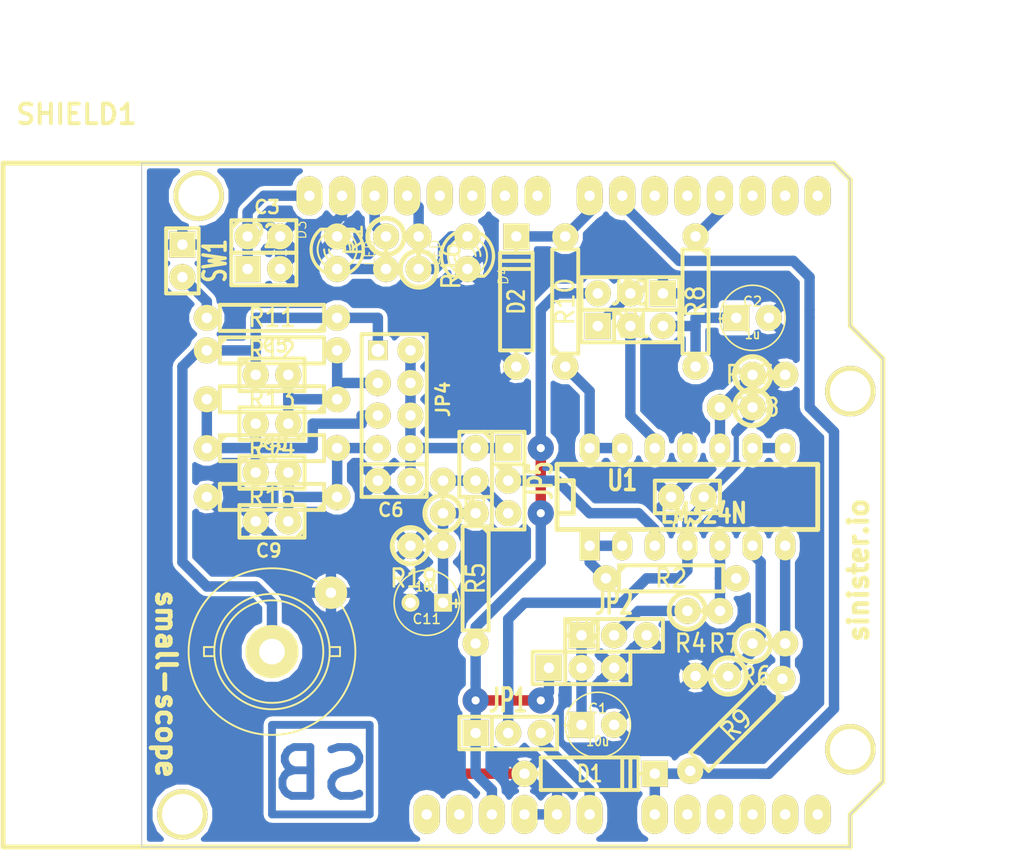
<source format=kicad_pcb>
(kicad_pcb (version 20171130) (host pcbnew "(5.1.12)-1")

  (general
    (thickness 1.6)
    (drawings 16)
    (tracks 182)
    (zones 0)
    (modules 46)
    (nets 34)
  )

  (page A4 portrait)
  (layers
    (0 F.Cu signal)
    (31 B.Cu signal)
    (32 B.Adhes user hide)
    (33 F.Adhes user hide)
    (34 B.Paste user)
    (35 F.Paste user hide)
    (36 B.SilkS user)
    (37 F.SilkS user hide)
    (38 B.Mask user)
    (39 F.Mask user)
    (40 Dwgs.User user)
    (41 Cmts.User user)
    (42 Eco1.User user)
    (43 Eco2.User user)
    (44 Edge.Cuts user)
  )

  (setup
    (last_trace_width 0.254)
    (user_trace_width 0.4064)
    (user_trace_width 0.6096)
    (user_trace_width 0.8128)
    (trace_clearance 0.254)
    (zone_clearance 0.3556)
    (zone_45_only no)
    (trace_min 0.254)
    (via_size 0.889)
    (via_drill 0.635)
    (via_min_size 0.889)
    (via_min_drill 0.508)
    (user_via 1.651 0)
    (user_via 2.032 0)
    (uvia_size 0.508)
    (uvia_drill 0.127)
    (uvias_allowed no)
    (uvia_min_size 0.508)
    (uvia_min_drill 0.127)
    (edge_width 0.1)
    (segment_width 0.2)
    (pcb_text_width 0.3)
    (pcb_text_size 1.5 1.5)
    (mod_edge_width 0.15)
    (mod_text_size 1 1)
    (mod_text_width 0.15)
    (pad_size 2.032 2.032)
    (pad_drill 0.8128)
    (pad_to_mask_clearance 0)
    (aux_axis_origin 0 0)
    (visible_elements 7FFFFFFF)
    (pcbplotparams
      (layerselection 0x00030_ffffffff)
      (usegerberextensions false)
      (usegerberattributes true)
      (usegerberadvancedattributes true)
      (creategerberjobfile true)
      (excludeedgelayer false)
      (linewidth 0.150000)
      (plotframeref false)
      (viasonmask true)
      (mode 1)
      (useauxorigin false)
      (hpglpennumber 1)
      (hpglpenspeed 20)
      (hpglpendiameter 15.000000)
      (psnegative true)
      (psa4output false)
      (plotreference true)
      (plotvalue true)
      (plotinvisibletext false)
      (padsonsilk false)
      (subtractmaskfromsilk false)
      (outputformat 2)
      (mirror false)
      (drillshape 1)
      (scaleselection 1)
      (outputdirectory ""))
  )

  (net 0 "")
  (net 1 /2.5V)
  (net 2 /BIAS)
  (net 3 /ERR_LED)
  (net 4 /INFO_LED)
  (net 5 /SIG_ACDC)
  (net 6 /SIG_ATT)
  (net 7 /SIG_IN)
  (net 8 /SIG_UC)
  (net 9 /THR_IN)
  (net 10 /THR_OUT)
  (net 11 /Vin)
  (net 12 /x10)
  (net 13 /x20)
  (net 14 /x5)
  (net 15 GND)
  (net 16 N-0000010)
  (net 17 N-0000011)
  (net 18 N-0000013)
  (net 19 N-0000018)
  (net 20 N-0000019)
  (net 21 N-000002)
  (net 22 N-0000024)
  (net 23 N-0000025)
  (net 24 N-000003)
  (net 25 N-000004)
  (net 26 N-000005)
  (net 27 N-0000054)
  (net 28 N-000006)
  (net 29 N-000007)
  (net 30 N-000008)
  (net 31 N-000009)
  (net 32 VCC)
  (net 33 VDD)

  (net_class Default "This is the default net class."
    (clearance 0.254)
    (trace_width 0.254)
    (via_dia 0.889)
    (via_drill 0.635)
    (uvia_dia 0.508)
    (uvia_drill 0.127)
    (add_net /2.5V)
    (add_net /BIAS)
    (add_net /ERR_LED)
    (add_net /INFO_LED)
    (add_net /SIG_ACDC)
    (add_net /SIG_ATT)
    (add_net /SIG_IN)
    (add_net /SIG_UC)
    (add_net /THR_IN)
    (add_net /THR_OUT)
    (add_net /Vin)
    (add_net /x10)
    (add_net /x20)
    (add_net /x5)
    (add_net GND)
    (add_net N-0000010)
    (add_net N-0000011)
    (add_net N-0000013)
    (add_net N-0000018)
    (add_net N-0000019)
    (add_net N-000002)
    (add_net N-0000024)
    (add_net N-0000025)
    (add_net N-000003)
    (add_net N-000004)
    (add_net N-000005)
    (add_net N-0000054)
    (add_net N-000006)
    (add_net N-000007)
    (add_net N-000008)
    (add_net N-000009)
    (add_net VCC)
    (add_net VDD)
  )

  (module SIL-3 (layer F.Cu) (tedit 200000) (tstamp 540AFA44)
    (at 119.38 55.245 180)
    (descr "Connecteur 3 pins")
    (tags "CONN DEV")
    (path /540AF36D)
    (fp_text reference RV1 (at 0 -2.54 180) (layer F.SilkS)
      (effects (font (size 1.7907 1.07696) (thickness 0.3048)))
    )
    (fp_text value 10k (at 0 -2.54 180) (layer F.SilkS) hide
      (effects (font (size 1.524 1.016) (thickness 0.3048)))
    )
    (fp_line (start -1.27 -1.27) (end -1.27 1.27) (layer F.SilkS) (width 0.3048))
    (fp_line (start 3.81 1.27) (end -3.81 1.27) (layer F.SilkS) (width 0.3048))
    (fp_line (start 3.81 -1.27) (end 3.81 1.27) (layer F.SilkS) (width 0.3048))
    (fp_line (start -3.81 -1.27) (end 3.81 -1.27) (layer F.SilkS) (width 0.3048))
    (fp_line (start -3.81 1.27) (end -3.81 -1.27) (layer F.SilkS) (width 0.3048))
    (pad 1 thru_hole rect (at -2.54 0 180) (size 2.032 2.032) (drill 0.8128) (layers *.Cu *.Mask F.SilkS)
      (net 15 GND))
    (pad 2 thru_hole circle (at 0 0 180) (size 2.032 2.032) (drill 0.8128) (layers *.Cu *.Mask F.SilkS)
      (net 25 N-000004))
    (pad 3 thru_hole circle (at 2.54 0 180) (size 2.032 2.032) (drill 0.8128) (layers *.Cu *.Mask F.SilkS)
      (net 32 VCC))
  )

  (module R4-LARGE_PADS (layer F.Cu) (tedit 47E2673E) (tstamp 540AFA6E)
    (at 122.555 77.47)
    (descr "Resitance 4 pas")
    (tags R)
    (path /540AEADF)
    (autoplace_cost180 10)
    (fp_text reference R2 (at 0 0) (layer F.SilkS)
      (effects (font (size 1.397 1.27) (thickness 0.2032)))
    )
    (fp_text value 10k (at 0 0) (layer F.SilkS) hide
      (effects (font (size 1.397 1.27) (thickness 0.2032)))
    )
    (fp_line (start 5.08 0) (end 4.064 0) (layer F.SilkS) (width 0.3048))
    (fp_line (start -4.064 -0.508) (end -3.556 -1.016) (layer F.SilkS) (width 0.3048))
    (fp_line (start -4.064 1.016) (end -4.064 0) (layer F.SilkS) (width 0.3048))
    (fp_line (start 4.064 1.016) (end -4.064 1.016) (layer F.SilkS) (width 0.3048))
    (fp_line (start 4.064 -1.016) (end 4.064 1.016) (layer F.SilkS) (width 0.3048))
    (fp_line (start -4.064 -1.016) (end 4.064 -1.016) (layer F.SilkS) (width 0.3048))
    (fp_line (start -4.064 0) (end -4.064 -1.016) (layer F.SilkS) (width 0.3048))
    (fp_line (start -5.08 0) (end -4.064 0) (layer F.SilkS) (width 0.3048))
    (pad 1 thru_hole circle (at -5.08 0) (size 2.032 2.032) (drill 0.8128) (layers *.Cu *.Mask F.SilkS)
      (net 26 N-000005))
    (pad 2 thru_hole circle (at 5.08 0) (size 2.032 2.032) (drill 0.8128) (layers *.Cu *.Mask F.SilkS)
      (net 28 N-000006))
    (model discret/resistor.wrl
      (at (xyz 0 0 0))
      (scale (xyz 0.4 0.4 0.4))
      (rotate (xyz 0 0 0))
    )
  )

  (module DIP-14__300_ELL (layer F.Cu) (tedit 200000) (tstamp 540AFACD)
    (at 123.825 71.12)
    (descr "14 pins DIL package, elliptical pads")
    (tags DIL)
    (path /540AEA76)
    (fp_text reference U1 (at -5.08 -1.27) (layer F.SilkS)
      (effects (font (size 1.524 1.143) (thickness 0.3048)))
    )
    (fp_text value LM324N (at 1.27 1.27) (layer F.SilkS)
      (effects (font (size 1.524 1.143) (thickness 0.3048)))
    )
    (fp_line (start 10.16 -2.54) (end 10.16 2.54) (layer F.SilkS) (width 0.381))
    (fp_line (start -8.89 1.27) (end -10.16 1.27) (layer F.SilkS) (width 0.381))
    (fp_line (start -8.89 -1.27) (end -8.89 1.27) (layer F.SilkS) (width 0.381))
    (fp_line (start -10.16 -1.27) (end -8.89 -1.27) (layer F.SilkS) (width 0.381))
    (fp_line (start -10.16 2.54) (end -10.16 -2.54) (layer F.SilkS) (width 0.381))
    (fp_line (start 10.16 2.54) (end -10.16 2.54) (layer F.SilkS) (width 0.381))
    (fp_line (start -10.16 -2.54) (end 10.16 -2.54) (layer F.SilkS) (width 0.381))
    (pad 1 thru_hole rect (at -7.62 3.81) (size 1.5748 2.286) (drill 0.8128) (layers *.Cu *.Mask F.SilkS)
      (net 26 N-000005))
    (pad 2 thru_hole oval (at -5.08 3.81) (size 1.5748 2.286) (drill 0.8128) (layers *.Cu *.Mask F.SilkS)
      (net 26 N-000005))
    (pad 3 thru_hole oval (at -2.54 3.81) (size 1.5748 2.286) (drill 0.8128) (layers *.Cu *.Mask F.SilkS)
      (net 5 /SIG_ACDC))
    (pad 4 thru_hole oval (at 0 3.81) (size 1.5748 2.286) (drill 0.8128) (layers *.Cu *.Mask F.SilkS)
      (net 33 VDD))
    (pad 5 thru_hole oval (at 2.54 3.81) (size 1.5748 2.286) (drill 0.8128) (layers *.Cu *.Mask F.SilkS)
      (net 28 N-000006))
    (pad 6 thru_hole oval (at 5.08 3.81) (size 1.5748 2.286) (drill 0.8128) (layers *.Cu *.Mask F.SilkS)
      (net 29 N-000007))
    (pad 7 thru_hole oval (at 7.62 3.81) (size 1.5748 2.286) (drill 0.8128) (layers *.Cu *.Mask F.SilkS)
      (net 30 N-000008))
    (pad 8 thru_hole oval (at 7.62 -3.81) (size 1.5748 2.286) (drill 0.8128) (layers *.Cu *.Mask F.SilkS)
      (net 22 N-0000024))
    (pad 9 thru_hole oval (at 5.08 -3.81) (size 1.5748 2.286) (drill 0.8128) (layers *.Cu *.Mask F.SilkS)
      (net 22 N-0000024))
    (pad 10 thru_hole oval (at 2.54 -3.81) (size 1.5748 2.286) (drill 0.8128) (layers *.Cu *.Mask F.SilkS)
      (net 19 N-0000018))
    (pad 11 thru_hole oval (at 0 -3.81) (size 1.5748 2.286) (drill 0.8128) (layers *.Cu *.Mask F.SilkS)
      (net 15 GND))
    (pad 12 thru_hole oval (at -2.54 -3.81) (size 1.5748 2.286) (drill 0.8128) (layers *.Cu *.Mask F.SilkS)
      (net 24 N-000003))
    (pad 13 thru_hole oval (at -5.08 -3.81) (size 1.5748 2.286) (drill 0.8128) (layers *.Cu *.Mask F.SilkS)
      (net 31 N-000009))
    (pad 14 thru_hole oval (at -7.62 -3.81) (size 1.5748 2.286) (drill 0.8128) (layers *.Cu *.Mask F.SilkS)
      (net 31 N-000009))
    (model dil/dil_14.wrl
      (at (xyz 0 0 0))
      (scale (xyz 1 1 1))
      (rotate (xyz 0 0 0))
    )
  )

  (module C1V5 (layer F.Cu) (tedit 5550318A) (tstamp 540AFAD5)
    (at 128.905 57.15)
    (descr "Condensateur e = 1 pas")
    (tags C)
    (path /5559FF83)
    (fp_text reference C2 (at 0 -1.26746) (layer F.SilkS)
      (effects (font (size 0.762 0.762) (thickness 0.127)))
    )
    (fp_text value 1u (at 0 1.27) (layer F.SilkS)
      (effects (font (size 0.762 0.635) (thickness 0.127)))
    )
    (fp_circle (center 0 0) (end 0.127 -2.54) (layer F.SilkS) (width 0.127))
    (fp_text user + (at -2.286 0) (layer F.SilkS)
      (effects (font (size 0.762 0.762) (thickness 0.2032)))
    )
    (pad 1 thru_hole rect (at -1.27 0) (size 2.032 2.032) (drill 0.8128) (layers *.Cu *.Mask F.SilkS)
      (net 27 N-0000054))
    (pad 2 thru_hole circle (at 1.27 0) (size 2.032 2.032) (drill 0.8128) (layers *.Cu *.Mask F.SilkS)
      (net 15 GND))
    (model discret/c_vert_c1v5.wrl
      (at (xyz 0 0 0))
      (scale (xyz 1 1 1))
      (rotate (xyz 0 0 0))
    )
  )

  (module C1V5 (layer F.Cu) (tedit 3E070CF4) (tstamp 540AFADD)
    (at 116.84 88.9)
    (descr "Condensateur e = 1 pas")
    (tags C)
    (path /5559FF74)
    (fp_text reference C1 (at 0 -1.26746) (layer F.SilkS)
      (effects (font (size 0.762 0.762) (thickness 0.127)))
    )
    (fp_text value 10u (at 0 1.27) (layer F.SilkS)
      (effects (font (size 0.762 0.635) (thickness 0.127)))
    )
    (fp_circle (center 0 0) (end 0.127 -2.54) (layer F.SilkS) (width 0.127))
    (fp_text user + (at -2.286 0) (layer F.SilkS)
      (effects (font (size 0.762 0.762) (thickness 0.2032)))
    )
    (pad 1 thru_hole rect (at -1.27 0) (size 2.032 2.032) (drill 0.8128) (layers *.Cu *.Mask F.SilkS)
      (net 2 /BIAS))
    (pad 2 thru_hole circle (at 1.27 0) (size 2.032 2.032) (drill 0.8128) (layers *.Cu *.Mask F.SilkS)
      (net 15 GND))
    (model discret/c_vert_c1v5.wrl
      (at (xyz 0 0 0))
      (scale (xyz 1 1 1))
      (rotate (xyz 0 0 0))
    )
  )

  (module SIL-3 (layer F.Cu) (tedit 200000) (tstamp 555C1ECB)
    (at 109.855 89.535)
    (descr "Connecteur 3 pins")
    (tags "CONN DEV")
    (path /555C1CBD)
    (fp_text reference JP1 (at 0 -2.54) (layer F.SilkS)
      (effects (font (size 1.7907 1.07696) (thickness 0.3048)))
    )
    (fp_text value "VDD SRC" (at 0 -2.54) (layer F.SilkS) hide
      (effects (font (size 1.524 1.016) (thickness 0.3048)))
    )
    (fp_line (start -1.27 -1.27) (end -1.27 1.27) (layer F.SilkS) (width 0.3048))
    (fp_line (start 3.81 1.27) (end -3.81 1.27) (layer F.SilkS) (width 0.3048))
    (fp_line (start 3.81 -1.27) (end 3.81 1.27) (layer F.SilkS) (width 0.3048))
    (fp_line (start -3.81 -1.27) (end 3.81 -1.27) (layer F.SilkS) (width 0.3048))
    (fp_line (start -3.81 1.27) (end -3.81 -1.27) (layer F.SilkS) (width 0.3048))
    (pad 1 thru_hole rect (at -2.54 0) (size 2.032 2.032) (drill 0.8128) (layers *.Cu *.Mask F.SilkS)
      (net 32 VCC))
    (pad 2 thru_hole circle (at 0 0) (size 2.032 2.032) (drill 0.8128) (layers *.Cu *.Mask F.SilkS)
      (net 33 VDD))
    (pad 3 thru_hole circle (at 2.54 0) (size 2.032 2.032) (drill 0.8128) (layers *.Cu *.Mask F.SilkS)
      (net 11 /Vin))
  )

  (module SIL-3 (layer F.Cu) (tedit 200000) (tstamp 555C1ED7)
    (at 119.38 57.785)
    (descr "Connecteur 3 pins")
    (tags "CONN DEV")
    (path /555C1CB7)
    (fp_text reference JP3 (at 0 -2.54) (layer F.SilkS)
      (effects (font (size 1.7907 1.07696) (thickness 0.3048)))
    )
    (fp_text value "THR SRC" (at 0 -2.54) (layer F.SilkS) hide
      (effects (font (size 1.524 1.016) (thickness 0.3048)))
    )
    (fp_line (start -1.27 -1.27) (end -1.27 1.27) (layer F.SilkS) (width 0.3048))
    (fp_line (start 3.81 1.27) (end -3.81 1.27) (layer F.SilkS) (width 0.3048))
    (fp_line (start 3.81 -1.27) (end 3.81 1.27) (layer F.SilkS) (width 0.3048))
    (fp_line (start -3.81 -1.27) (end 3.81 -1.27) (layer F.SilkS) (width 0.3048))
    (fp_line (start -3.81 1.27) (end -3.81 -1.27) (layer F.SilkS) (width 0.3048))
    (pad 1 thru_hole rect (at -2.54 0) (size 2.032 2.032) (drill 0.8128) (layers *.Cu *.Mask F.SilkS)
      (net 25 N-000004))
    (pad 2 thru_hole circle (at 0 0) (size 2.032 2.032) (drill 0.8128) (layers *.Cu *.Mask F.SilkS)
      (net 24 N-000003))
    (pad 3 thru_hole circle (at 2.54 0) (size 2.032 2.032) (drill 0.8128) (layers *.Cu *.Mask F.SilkS)
      (net 27 N-0000054))
  )

  (module SIL-3 (layer F.Cu) (tedit 200000) (tstamp 555C1EE3)
    (at 118.11 81.915)
    (descr "Connecteur 3 pins")
    (tags "CONN DEV")
    (path /555C1CB1)
    (fp_text reference JP2 (at 0 -2.54) (layer F.SilkS)
      (effects (font (size 1.7907 1.07696) (thickness 0.3048)))
    )
    (fp_text value "DC BIAS" (at 0 -2.54) (layer F.SilkS) hide
      (effects (font (size 1.524 1.016) (thickness 0.3048)))
    )
    (fp_line (start -1.27 -1.27) (end -1.27 1.27) (layer F.SilkS) (width 0.3048))
    (fp_line (start 3.81 1.27) (end -3.81 1.27) (layer F.SilkS) (width 0.3048))
    (fp_line (start 3.81 -1.27) (end 3.81 1.27) (layer F.SilkS) (width 0.3048))
    (fp_line (start -3.81 -1.27) (end 3.81 -1.27) (layer F.SilkS) (width 0.3048))
    (fp_line (start -3.81 1.27) (end -3.81 -1.27) (layer F.SilkS) (width 0.3048))
    (pad 1 thru_hole rect (at -2.54 0) (size 2.032 2.032) (drill 0.8128) (layers *.Cu *.Mask F.SilkS)
      (net 2 /BIAS))
    (pad 2 thru_hole circle (at 0 0) (size 2.032 2.032) (drill 0.8128) (layers *.Cu *.Mask F.SilkS)
      (net 16 N-0000010))
    (pad 3 thru_hole circle (at 2.54 0) (size 2.032 2.032) (drill 0.8128) (layers *.Cu *.Mask F.SilkS)
      (net 15 GND))
  )

  (module SIL-2 (layer F.Cu) (tedit 200000) (tstamp 555C1EED)
    (at 90.805 53.34)
    (descr "Connecteurs 2 pins")
    (tags "CONN DEV")
    (path /55584D1E)
    (fp_text reference P2 (at 0 -2.54) (layer F.SilkS)
      (effects (font (size 1.72974 1.08712) (thickness 0.3048)))
    )
    (fp_text value AREF (at 0 -2.54) (layer F.SilkS) hide
      (effects (font (size 1.524 1.016) (thickness 0.3048)))
    )
    (fp_line (start 2.54 1.27) (end -2.54 1.27) (layer F.SilkS) (width 0.3048))
    (fp_line (start 2.54 -1.27) (end 2.54 1.27) (layer F.SilkS) (width 0.3048))
    (fp_line (start -2.54 -1.27) (end 2.54 -1.27) (layer F.SilkS) (width 0.3048))
    (fp_line (start -2.54 1.27) (end -2.54 -1.27) (layer F.SilkS) (width 0.3048))
    (pad 1 thru_hole rect (at -1.27 0) (size 2.032 2.032) (drill 0.8128) (layers *.Cu *.Mask F.SilkS)
      (net 17 N-0000011))
    (pad 2 thru_hole circle (at 1.27 0) (size 2.032 2.032) (drill 0.8128) (layers *.Cu *.Mask F.SilkS)
      (net 15 GND))
  )

  (module SIL-2 (layer F.Cu) (tedit 200000) (tstamp 555C21BA)
    (at 84.455 52.705 270)
    (descr "Connecteurs 2 pins")
    (tags "CONN DEV")
    (path /555C197B)
    (fp_text reference SW1 (at 0 -2.54 270) (layer F.SilkS)
      (effects (font (size 1.72974 1.08712) (thickness 0.3048)))
    )
    (fp_text value "STAT DIS" (at 0 -2.54 270) (layer F.SilkS) hide
      (effects (font (size 1.524 1.016) (thickness 0.3048)))
    )
    (fp_line (start 2.54 1.27) (end -2.54 1.27) (layer F.SilkS) (width 0.3048))
    (fp_line (start 2.54 -1.27) (end 2.54 1.27) (layer F.SilkS) (width 0.3048))
    (fp_line (start -2.54 -1.27) (end 2.54 -1.27) (layer F.SilkS) (width 0.3048))
    (fp_line (start -2.54 1.27) (end -2.54 -1.27) (layer F.SilkS) (width 0.3048))
    (pad 1 thru_hole rect (at -1.27 0 270) (size 2.032 2.032) (drill 0.8128) (layers *.Cu *.Mask F.SilkS)
      (net 15 GND))
    (pad 2 thru_hole circle (at 1.27 0 270) (size 2.032 2.032) (drill 0.8128) (layers *.Cu *.Mask F.SilkS)
      (net 21 N-000002))
  )

  (module R4-LARGE_PADS (layer F.Cu) (tedit 47E2673E) (tstamp 555C1F05)
    (at 114.3 55.88 90)
    (descr "Resitance 4 pas")
    (tags R)
    (path /555A0DB0)
    (autoplace_cost180 10)
    (fp_text reference R10 (at 0 0 90) (layer F.SilkS)
      (effects (font (size 1.397 1.27) (thickness 0.2032)))
    )
    (fp_text value 220 (at 0 0 90) (layer F.SilkS) hide
      (effects (font (size 1.397 1.27) (thickness 0.2032)))
    )
    (fp_line (start 5.08 0) (end 4.064 0) (layer F.SilkS) (width 0.3048))
    (fp_line (start -4.064 -0.508) (end -3.556 -1.016) (layer F.SilkS) (width 0.3048))
    (fp_line (start -4.064 1.016) (end -4.064 0) (layer F.SilkS) (width 0.3048))
    (fp_line (start 4.064 1.016) (end -4.064 1.016) (layer F.SilkS) (width 0.3048))
    (fp_line (start 4.064 -1.016) (end 4.064 1.016) (layer F.SilkS) (width 0.3048))
    (fp_line (start -4.064 -1.016) (end 4.064 -1.016) (layer F.SilkS) (width 0.3048))
    (fp_line (start -4.064 0) (end -4.064 -1.016) (layer F.SilkS) (width 0.3048))
    (fp_line (start -5.08 0) (end -4.064 0) (layer F.SilkS) (width 0.3048))
    (pad 1 thru_hole circle (at -5.08 0 90) (size 2.032 2.032) (drill 0.8128) (layers *.Cu *.Mask F.SilkS)
      (net 31 N-000009))
    (pad 2 thru_hole circle (at 5.08 0 90) (size 2.032 2.032) (drill 0.8128) (layers *.Cu *.Mask F.SilkS)
      (net 9 /THR_IN))
    (model discret/resistor.wrl
      (at (xyz 0 0 0))
      (scale (xyz 0.4 0.4 0.4))
      (rotate (xyz 0 0 0))
    )
  )

  (module R4-LARGE_PADS (layer F.Cu) (tedit 47E2673E) (tstamp 555C1F13)
    (at 91.44 59.69)
    (descr "Resitance 4 pas")
    (tags R)
    (path /555B9DE2)
    (autoplace_cost180 10)
    (fp_text reference R12 (at 0 0) (layer F.SilkS)
      (effects (font (size 1.397 1.27) (thickness 0.2032)))
    )
    (fp_text value 800k (at 0 0) (layer F.SilkS) hide
      (effects (font (size 1.397 1.27) (thickness 0.2032)))
    )
    (fp_line (start 5.08 0) (end 4.064 0) (layer F.SilkS) (width 0.3048))
    (fp_line (start -4.064 -0.508) (end -3.556 -1.016) (layer F.SilkS) (width 0.3048))
    (fp_line (start -4.064 1.016) (end -4.064 0) (layer F.SilkS) (width 0.3048))
    (fp_line (start 4.064 1.016) (end -4.064 1.016) (layer F.SilkS) (width 0.3048))
    (fp_line (start 4.064 -1.016) (end 4.064 1.016) (layer F.SilkS) (width 0.3048))
    (fp_line (start -4.064 -1.016) (end 4.064 -1.016) (layer F.SilkS) (width 0.3048))
    (fp_line (start -4.064 0) (end -4.064 -1.016) (layer F.SilkS) (width 0.3048))
    (fp_line (start -5.08 0) (end -4.064 0) (layer F.SilkS) (width 0.3048))
    (pad 1 thru_hole circle (at -5.08 0) (size 2.032 2.032) (drill 0.8128) (layers *.Cu *.Mask F.SilkS)
      (net 7 /SIG_IN))
    (pad 2 thru_hole circle (at 5.08 0) (size 2.032 2.032) (drill 0.8128) (layers *.Cu *.Mask F.SilkS)
      (net 14 /x5))
    (model discret/resistor.wrl
      (at (xyz 0 0 0))
      (scale (xyz 0.4 0.4 0.4))
      (rotate (xyz 0 0 0))
    )
  )

  (module R4-LARGE_PADS (layer F.Cu) (tedit 555DBB7B) (tstamp 555C1F21)
    (at 91.44 63.5 180)
    (descr "Resitance 4 pas")
    (tags R)
    (path /555B9DF1)
    (autoplace_cost180 10)
    (fp_text reference R13 (at 0 0 180) (layer F.SilkS)
      (effects (font (size 1.397 1.27) (thickness 0.2032)))
    )
    (fp_text value 100k (at 0 0 180) (layer F.SilkS) hide
      (effects (font (size 1.397 1.27) (thickness 0.2032)))
    )
    (fp_line (start 5.08 0) (end 4.064 0) (layer F.SilkS) (width 0.3048))
    (fp_line (start -4.064 -0.508) (end -3.556 -1.016) (layer F.SilkS) (width 0.3048))
    (fp_line (start -4.064 1.016) (end -4.064 0) (layer F.SilkS) (width 0.3048))
    (fp_line (start 4.064 1.016) (end -4.064 1.016) (layer F.SilkS) (width 0.3048))
    (fp_line (start 4.064 -1.016) (end 4.064 1.016) (layer F.SilkS) (width 0.3048))
    (fp_line (start -4.064 -1.016) (end 4.064 -1.016) (layer F.SilkS) (width 0.3048))
    (fp_line (start -4.064 0) (end -4.064 -1.016) (layer F.SilkS) (width 0.3048))
    (fp_line (start -5.08 0) (end -4.064 0) (layer F.SilkS) (width 0.3048))
    (pad 1 thru_hole circle (at -5.08 0 180) (size 2.032 2.032) (drill 0.8128) (layers *.Cu *.Mask F.SilkS)
      (net 14 /x5))
    (pad 2 thru_hole circle (at 5.08 0 180) (size 2.032 2.032) (drill 0.8128) (layers *.Cu *.Mask F.SilkS)
      (net 12 /x10))
    (model discret/resistor.wrl
      (at (xyz 0 0 0))
      (scale (xyz 0.4 0.4 0.4))
      (rotate (xyz 0 0 0))
    )
  )

  (module R4-LARGE_PADS (layer F.Cu) (tedit 47E2673E) (tstamp 555C1F2F)
    (at 91.44 67.31)
    (descr "Resitance 4 pas")
    (tags R)
    (path /555B9E00)
    (autoplace_cost180 10)
    (fp_text reference R14 (at 0 0) (layer F.SilkS)
      (effects (font (size 1.397 1.27) (thickness 0.2032)))
    )
    (fp_text value 50k (at 0 0) (layer F.SilkS) hide
      (effects (font (size 1.397 1.27) (thickness 0.2032)))
    )
    (fp_line (start 5.08 0) (end 4.064 0) (layer F.SilkS) (width 0.3048))
    (fp_line (start -4.064 -0.508) (end -3.556 -1.016) (layer F.SilkS) (width 0.3048))
    (fp_line (start -4.064 1.016) (end -4.064 0) (layer F.SilkS) (width 0.3048))
    (fp_line (start 4.064 1.016) (end -4.064 1.016) (layer F.SilkS) (width 0.3048))
    (fp_line (start 4.064 -1.016) (end 4.064 1.016) (layer F.SilkS) (width 0.3048))
    (fp_line (start -4.064 -1.016) (end 4.064 -1.016) (layer F.SilkS) (width 0.3048))
    (fp_line (start -4.064 0) (end -4.064 -1.016) (layer F.SilkS) (width 0.3048))
    (fp_line (start -5.08 0) (end -4.064 0) (layer F.SilkS) (width 0.3048))
    (pad 1 thru_hole circle (at -5.08 0) (size 2.032 2.032) (drill 0.8128) (layers *.Cu *.Mask F.SilkS)
      (net 12 /x10))
    (pad 2 thru_hole circle (at 5.08 0) (size 2.032 2.032) (drill 0.8128) (layers *.Cu *.Mask F.SilkS)
      (net 13 /x20))
    (model discret/resistor.wrl
      (at (xyz 0 0 0))
      (scale (xyz 0.4 0.4 0.4))
      (rotate (xyz 0 0 0))
    )
  )

  (module R4-LARGE_PADS (layer F.Cu) (tedit 47E2673E) (tstamp 555C1F3D)
    (at 91.44 57.15 180)
    (descr "Resitance 4 pas")
    (tags R)
    (path /555BAB46)
    (autoplace_cost180 10)
    (fp_text reference R11 (at 0 0 180) (layer F.SilkS)
      (effects (font (size 1.397 1.27) (thickness 0.2032)))
    )
    (fp_text value 50 (at 0 0 180) (layer F.SilkS) hide
      (effects (font (size 1.397 1.27) (thickness 0.2032)))
    )
    (fp_line (start 5.08 0) (end 4.064 0) (layer F.SilkS) (width 0.3048))
    (fp_line (start -4.064 -0.508) (end -3.556 -1.016) (layer F.SilkS) (width 0.3048))
    (fp_line (start -4.064 1.016) (end -4.064 0) (layer F.SilkS) (width 0.3048))
    (fp_line (start 4.064 1.016) (end -4.064 1.016) (layer F.SilkS) (width 0.3048))
    (fp_line (start 4.064 -1.016) (end 4.064 1.016) (layer F.SilkS) (width 0.3048))
    (fp_line (start -4.064 -1.016) (end 4.064 -1.016) (layer F.SilkS) (width 0.3048))
    (fp_line (start -4.064 0) (end -4.064 -1.016) (layer F.SilkS) (width 0.3048))
    (fp_line (start -5.08 0) (end -4.064 0) (layer F.SilkS) (width 0.3048))
    (pad 1 thru_hole circle (at -5.08 0 180) (size 2.032 2.032) (drill 0.8128) (layers *.Cu *.Mask F.SilkS)
      (net 7 /SIG_IN))
    (pad 2 thru_hole circle (at 5.08 0 180) (size 2.032 2.032) (drill 0.8128) (layers *.Cu *.Mask F.SilkS)
      (net 21 N-000002))
    (model discret/resistor.wrl
      (at (xyz 0 0 0))
      (scale (xyz 0.4 0.4 0.4))
      (rotate (xyz 0 0 0))
    )
  )

  (module R4-LARGE_PADS (layer F.Cu) (tedit 47E2673E) (tstamp 555C1F4B)
    (at 127.635 88.9 225)
    (descr "Resitance 4 pas")
    (tags R)
    (path /555A097B)
    (autoplace_cost180 10)
    (fp_text reference R9 (at 0 0 225) (layer F.SilkS)
      (effects (font (size 1.397 1.27) (thickness 0.2032)))
    )
    (fp_text value 220 (at 0 0 225) (layer F.SilkS) hide
      (effects (font (size 1.397 1.27) (thickness 0.2032)))
    )
    (fp_line (start 5.08 0) (end 4.064 0) (layer F.SilkS) (width 0.3048))
    (fp_line (start -4.064 -0.508) (end -3.556 -1.016) (layer F.SilkS) (width 0.3048))
    (fp_line (start -4.064 1.016) (end -4.064 0) (layer F.SilkS) (width 0.3048))
    (fp_line (start 4.064 1.016) (end -4.064 1.016) (layer F.SilkS) (width 0.3048))
    (fp_line (start 4.064 -1.016) (end 4.064 1.016) (layer F.SilkS) (width 0.3048))
    (fp_line (start -4.064 -1.016) (end 4.064 -1.016) (layer F.SilkS) (width 0.3048))
    (fp_line (start -4.064 0) (end -4.064 -1.016) (layer F.SilkS) (width 0.3048))
    (fp_line (start -5.08 0) (end -4.064 0) (layer F.SilkS) (width 0.3048))
    (pad 1 thru_hole circle (at -5.08 0 225) (size 2.032 2.032) (drill 0.8128) (layers *.Cu *.Mask F.SilkS)
      (net 30 N-000008))
    (pad 2 thru_hole circle (at 5.08 0 225) (size 2.032 2.032) (drill 0.8128) (layers *.Cu *.Mask F.SilkS)
      (net 8 /SIG_UC))
    (model discret/resistor.wrl
      (at (xyz 0 0 0))
      (scale (xyz 0.4 0.4 0.4))
      (rotate (xyz 0 0 0))
    )
  )

  (module D4 (layer F.Cu) (tedit 200000) (tstamp 555C1F67)
    (at 110.49 55.88 90)
    (descr "Diode 4 pas")
    (tags "DIODE DEV")
    (path /555A0DBD)
    (fp_text reference D2 (at 0 0 90) (layer F.SilkS)
      (effects (font (size 1.27 1.016) (thickness 0.2032)))
    )
    (fp_text value 5.1V (at 0 0 90) (layer F.SilkS) hide
      (effects (font (size 1.27 1.016) (thickness 0.2032)))
    )
    (fp_line (start 3.81 0) (end 5.08 0) (layer F.SilkS) (width 0.3048))
    (fp_line (start -3.81 0) (end -5.08 0) (layer F.SilkS) (width 0.3048))
    (fp_line (start 2.54 1.27) (end 2.54 -1.27) (layer F.SilkS) (width 0.3048))
    (fp_line (start 3.175 -1.27) (end 3.175 1.27) (layer F.SilkS) (width 0.3048))
    (fp_line (start -3.81 1.27) (end -3.81 -1.27) (layer F.SilkS) (width 0.3048))
    (fp_line (start 3.81 1.27) (end -3.81 1.27) (layer F.SilkS) (width 0.3048))
    (fp_line (start 3.81 -1.27) (end 3.81 1.27) (layer F.SilkS) (width 0.3048))
    (fp_line (start -3.81 -1.27) (end 3.81 -1.27) (layer F.SilkS) (width 0.3048))
    (pad 1 thru_hole circle (at -5.08 0 90) (size 2.032 2.032) (drill 0.8128) (layers *.Cu *.Mask F.SilkS)
      (net 15 GND))
    (pad 2 thru_hole rect (at 5.08 0 90) (size 2.032 2.032) (drill 0.8128) (layers *.Cu *.Mask F.SilkS)
      (net 9 /THR_IN))
    (model discret/diode.wrl
      (at (xyz 0 0 0))
      (scale (xyz 0.4 0.4 0.4))
      (rotate (xyz 0 0 0))
    )
  )

  (module D4 (layer F.Cu) (tedit 555DC07E) (tstamp 555C1F75)
    (at 116.205 92.71)
    (descr "Diode 4 pas")
    (tags "DIODE DEV")
    (path /555A096C)
    (fp_text reference D1 (at 0 0) (layer F.SilkS)
      (effects (font (size 1.27 1.016) (thickness 0.2032)))
    )
    (fp_text value 5.1V (at 0 0) (layer F.SilkS) hide
      (effects (font (size 1.27 1.016) (thickness 0.2032)))
    )
    (fp_line (start 3.81 0) (end 5.08 0) (layer F.SilkS) (width 0.3048))
    (fp_line (start -3.81 0) (end -5.08 0) (layer F.SilkS) (width 0.3048))
    (fp_line (start 2.54 1.27) (end 2.54 -1.27) (layer F.SilkS) (width 0.3048))
    (fp_line (start 3.175 -1.27) (end 3.175 1.27) (layer F.SilkS) (width 0.3048))
    (fp_line (start -3.81 1.27) (end -3.81 -1.27) (layer F.SilkS) (width 0.3048))
    (fp_line (start 3.81 1.27) (end -3.81 1.27) (layer F.SilkS) (width 0.3048))
    (fp_line (start 3.81 -1.27) (end 3.81 1.27) (layer F.SilkS) (width 0.3048))
    (fp_line (start -3.81 -1.27) (end 3.81 -1.27) (layer F.SilkS) (width 0.3048))
    (pad 1 thru_hole circle (at -5.08 0) (size 2.032 2.032) (drill 0.8128) (layers *.Cu *.Mask F.SilkS)
      (net 15 GND))
    (pad 2 thru_hole rect (at 5.08 0) (size 2.032 2.032) (drill 0.8128) (layers *.Cu *.Mask F.SilkS)
      (net 8 /SIG_UC))
    (model discret/diode.wrl
      (at (xyz 0 0 0))
      (scale (xyz 0.4 0.4 0.4))
      (rotate (xyz 0 0 0))
    )
  )

  (module C1 (layer F.Cu) (tedit 3F92C496) (tstamp 555C1F80)
    (at 91.44 61.595)
    (descr "Condensateur e = 1 pas")
    (tags C)
    (path /555B9E0F)
    (fp_text reference C5 (at 0.254 -2.286) (layer F.SilkS)
      (effects (font (size 1.016 1.016) (thickness 0.2032)))
    )
    (fp_text value 16p (at 0 -2.286) (layer F.SilkS) hide
      (effects (font (size 1.016 1.016) (thickness 0.2032)))
    )
    (fp_line (start -2.54 -0.635) (end -1.905 -1.27) (layer F.SilkS) (width 0.3048))
    (fp_line (start -2.54 1.27) (end -2.54 -1.27) (layer F.SilkS) (width 0.3048))
    (fp_line (start 2.54 1.27) (end -2.54 1.27) (layer F.SilkS) (width 0.3048))
    (fp_line (start 2.54 -1.27) (end 2.54 1.27) (layer F.SilkS) (width 0.3048))
    (fp_line (start -2.4892 -1.27) (end 2.54 -1.27) (layer F.SilkS) (width 0.3048))
    (pad 1 thru_hole circle (at -1.27 0) (size 2.032 2.032) (drill 0.8128) (layers *.Cu *.Mask F.SilkS)
      (net 7 /SIG_IN))
    (pad 2 thru_hole circle (at 1.27 0) (size 2.032 2.032) (drill 0.8128) (layers *.Cu *.Mask F.SilkS)
      (net 14 /x5))
    (model discret/capa_1_pas.wrl
      (at (xyz 0 0 0))
      (scale (xyz 1 1 1))
      (rotate (xyz 0 0 0))
    )
  )

  (module C1 (layer F.Cu) (tedit 555DBB84) (tstamp 555C1F8B)
    (at 91.44 65.405 180)
    (descr "Condensateur e = 1 pas")
    (tags C)
    (path /555B9E1E)
    (fp_text reference C7 (at 0.254 -2.286 180) (layer F.SilkS)
      (effects (font (size 1.016 1.016) (thickness 0.2032)))
    )
    (fp_text value 130p (at 0 -2.286 180) (layer F.SilkS) hide
      (effects (font (size 1.016 1.016) (thickness 0.2032)))
    )
    (fp_line (start -2.54 -0.635) (end -1.905 -1.27) (layer F.SilkS) (width 0.3048))
    (fp_line (start -2.54 1.27) (end -2.54 -1.27) (layer F.SilkS) (width 0.3048))
    (fp_line (start 2.54 1.27) (end -2.54 1.27) (layer F.SilkS) (width 0.3048))
    (fp_line (start 2.54 -1.27) (end 2.54 1.27) (layer F.SilkS) (width 0.3048))
    (fp_line (start -2.4892 -1.27) (end 2.54 -1.27) (layer F.SilkS) (width 0.3048))
    (pad 1 thru_hole circle (at -1.27 0 180) (size 2.032 2.032) (drill 0.8128) (layers *.Cu *.Mask F.SilkS)
      (net 14 /x5))
    (pad 2 thru_hole circle (at 1.27 0 180) (size 2.032 2.032) (drill 0.8128) (layers *.Cu *.Mask F.SilkS)
      (net 12 /x10))
    (model discret/capa_1_pas.wrl
      (at (xyz 0 0 0))
      (scale (xyz 1 1 1))
      (rotate (xyz 0 0 0))
    )
  )

  (module C1 (layer F.Cu) (tedit 3F92C496) (tstamp 555C1F96)
    (at 91.44 69.215)
    (descr "Condensateur e = 1 pas")
    (tags C)
    (path /555B9E2D)
    (fp_text reference C8 (at 0.254 -2.286) (layer F.SilkS)
      (effects (font (size 1.016 1.016) (thickness 0.2032)))
    )
    (fp_text value 270p (at 0 -2.286) (layer F.SilkS) hide
      (effects (font (size 1.016 1.016) (thickness 0.2032)))
    )
    (fp_line (start -2.54 -0.635) (end -1.905 -1.27) (layer F.SilkS) (width 0.3048))
    (fp_line (start -2.54 1.27) (end -2.54 -1.27) (layer F.SilkS) (width 0.3048))
    (fp_line (start 2.54 1.27) (end -2.54 1.27) (layer F.SilkS) (width 0.3048))
    (fp_line (start 2.54 -1.27) (end 2.54 1.27) (layer F.SilkS) (width 0.3048))
    (fp_line (start -2.4892 -1.27) (end 2.54 -1.27) (layer F.SilkS) (width 0.3048))
    (pad 1 thru_hole circle (at -1.27 0) (size 2.032 2.032) (drill 0.8128) (layers *.Cu *.Mask F.SilkS)
      (net 12 /x10))
    (pad 2 thru_hole circle (at 1.27 0) (size 2.032 2.032) (drill 0.8128) (layers *.Cu *.Mask F.SilkS)
      (net 13 /x20))
    (model discret/capa_1_pas.wrl
      (at (xyz 0 0 0))
      (scale (xyz 1 1 1))
      (rotate (xyz 0 0 0))
    )
  )

  (module C1 (layer F.Cu) (tedit 3F92C496) (tstamp 555C1FA1)
    (at 100.965 69.85 180)
    (descr "Condensateur e = 1 pas")
    (tags C)
    (path /555B9E3C)
    (fp_text reference C6 (at 0.254 -2.286 180) (layer F.SilkS)
      (effects (font (size 1.016 1.016) (thickness 0.2032)))
    )
    (fp_text value 10p (at 0 -2.286 180) (layer F.SilkS) hide
      (effects (font (size 1.016 1.016) (thickness 0.2032)))
    )
    (fp_line (start -2.54 -0.635) (end -1.905 -1.27) (layer F.SilkS) (width 0.3048))
    (fp_line (start -2.54 1.27) (end -2.54 -1.27) (layer F.SilkS) (width 0.3048))
    (fp_line (start 2.54 1.27) (end -2.54 1.27) (layer F.SilkS) (width 0.3048))
    (fp_line (start 2.54 -1.27) (end 2.54 1.27) (layer F.SilkS) (width 0.3048))
    (fp_line (start -2.4892 -1.27) (end 2.54 -1.27) (layer F.SilkS) (width 0.3048))
    (pad 1 thru_hole circle (at -1.27 0 180) (size 2.032 2.032) (drill 0.8128) (layers *.Cu *.Mask F.SilkS)
      (net 6 /SIG_ATT))
    (pad 2 thru_hole circle (at 1.27 0 180) (size 2.032 2.032) (drill 0.8128) (layers *.Cu *.Mask F.SilkS)
      (net 15 GND))
    (model discret/capa_1_pas.wrl
      (at (xyz 0 0 0))
      (scale (xyz 1 1 1))
      (rotate (xyz 0 0 0))
    )
  )

  (module C1 (layer F.Cu) (tedit 3F92C496) (tstamp 555C1FAC)
    (at 123.825 71.12 180)
    (descr "Condensateur e = 1 pas")
    (tags C)
    (path /5558747E)
    (fp_text reference C4 (at 0.254 -2.286 180) (layer F.SilkS)
      (effects (font (size 1.016 1.016) (thickness 0.2032)))
    )
    (fp_text value 1n (at 0 -2.286 180) (layer F.SilkS) hide
      (effects (font (size 1.016 1.016) (thickness 0.2032)))
    )
    (fp_line (start -2.54 -0.635) (end -1.905 -1.27) (layer F.SilkS) (width 0.3048))
    (fp_line (start -2.54 1.27) (end -2.54 -1.27) (layer F.SilkS) (width 0.3048))
    (fp_line (start 2.54 1.27) (end -2.54 1.27) (layer F.SilkS) (width 0.3048))
    (fp_line (start 2.54 -1.27) (end 2.54 1.27) (layer F.SilkS) (width 0.3048))
    (fp_line (start -2.4892 -1.27) (end 2.54 -1.27) (layer F.SilkS) (width 0.3048))
    (pad 1 thru_hole circle (at -1.27 0 180) (size 2.032 2.032) (drill 0.8128) (layers *.Cu *.Mask F.SilkS)
      (net 33 VDD))
    (pad 2 thru_hole circle (at 1.27 0 180) (size 2.032 2.032) (drill 0.8128) (layers *.Cu *.Mask F.SilkS)
      (net 15 GND))
    (model discret/capa_1_pas.wrl
      (at (xyz 0 0 0))
      (scale (xyz 1 1 1))
      (rotate (xyz 0 0 0))
    )
  )

  (module C1 (layer F.Cu) (tedit 3F92C496) (tstamp 555DBEDB)
    (at 90.805 50.8)
    (descr "Condensateur e = 1 pas")
    (tags C)
    (path /55584BF3)
    (fp_text reference C3 (at 0.254 -2.286) (layer F.SilkS)
      (effects (font (size 1.016 1.016) (thickness 0.2032)))
    )
    (fp_text value 1n (at 0 -2.286) (layer F.SilkS) hide
      (effects (font (size 1.016 1.016) (thickness 0.2032)))
    )
    (fp_line (start -2.54 -0.635) (end -1.905 -1.27) (layer F.SilkS) (width 0.3048))
    (fp_line (start -2.54 1.27) (end -2.54 -1.27) (layer F.SilkS) (width 0.3048))
    (fp_line (start 2.54 1.27) (end -2.54 1.27) (layer F.SilkS) (width 0.3048))
    (fp_line (start 2.54 -1.27) (end 2.54 1.27) (layer F.SilkS) (width 0.3048))
    (fp_line (start -2.4892 -1.27) (end 2.54 -1.27) (layer F.SilkS) (width 0.3048))
    (pad 1 thru_hole circle (at -1.27 0) (size 2.032 2.032) (drill 0.8128) (layers *.Cu *.Mask F.SilkS)
      (net 17 N-0000011))
    (pad 2 thru_hole circle (at 1.27 0) (size 2.032 2.032) (drill 0.8128) (layers *.Cu *.Mask F.SilkS)
      (net 15 GND))
    (model discret/capa_1_pas.wrl
      (at (xyz 0 0 0))
      (scale (xyz 1 1 1))
      (rotate (xyz 0 0 0))
    )
  )

  (module R4-LARGE_PADS (layer F.Cu) (tedit 47E2673E) (tstamp 555D7F2A)
    (at 91.44 71.12 180)
    (descr "Resitance 4 pas")
    (tags R)
    (path /555C2B8C)
    (autoplace_cost180 10)
    (fp_text reference R15 (at 0 0 180) (layer F.SilkS)
      (effects (font (size 1.397 1.27) (thickness 0.2032)))
    )
    (fp_text value 50k (at 0 0 180) (layer F.SilkS) hide
      (effects (font (size 1.397 1.27) (thickness 0.2032)))
    )
    (fp_line (start 5.08 0) (end 4.064 0) (layer F.SilkS) (width 0.3048))
    (fp_line (start -4.064 -0.508) (end -3.556 -1.016) (layer F.SilkS) (width 0.3048))
    (fp_line (start -4.064 1.016) (end -4.064 0) (layer F.SilkS) (width 0.3048))
    (fp_line (start 4.064 1.016) (end -4.064 1.016) (layer F.SilkS) (width 0.3048))
    (fp_line (start 4.064 -1.016) (end 4.064 1.016) (layer F.SilkS) (width 0.3048))
    (fp_line (start -4.064 -1.016) (end 4.064 -1.016) (layer F.SilkS) (width 0.3048))
    (fp_line (start -4.064 0) (end -4.064 -1.016) (layer F.SilkS) (width 0.3048))
    (fp_line (start -5.08 0) (end -4.064 0) (layer F.SilkS) (width 0.3048))
    (pad 1 thru_hole circle (at -5.08 0 180) (size 2.032 2.032) (drill 0.8128) (layers *.Cu *.Mask F.SilkS)
      (net 13 /x20))
    (pad 2 thru_hole circle (at 5.08 0 180) (size 2.032 2.032) (drill 0.8128) (layers *.Cu *.Mask F.SilkS)
      (net 15 GND))
    (model discret/resistor.wrl
      (at (xyz 0 0 0))
      (scale (xyz 0.4 0.4 0.4))
      (rotate (xyz 0 0 0))
    )
  )

  (module R1 (layer F.Cu) (tedit 200000) (tstamp 555D7F32)
    (at 130.175 61.595)
    (descr "Resistance verticale")
    (tags R)
    (path /555D76A7)
    (autoplace_cost90 10)
    (autoplace_cost180 10)
    (fp_text reference R18 (at -1.016 2.54) (layer F.SilkS)
      (effects (font (size 1.397 1.27) (thickness 0.2032)))
    )
    (fp_text value 10k (at -1.143 2.54) (layer F.SilkS) hide
      (effects (font (size 1.397 1.27) (thickness 0.2032)))
    )
    (fp_circle (center -1.27 0) (end -0.635 1.27) (layer F.SilkS) (width 0.381))
    (fp_line (start -1.27 0) (end 1.27 0) (layer F.SilkS) (width 0.381))
    (pad 1 thru_hole circle (at -1.27 0) (size 2.032 2.032) (drill 0.8128) (layers *.Cu *.Mask F.SilkS)
      (net 19 N-0000018))
    (pad 2 thru_hole circle (at 1.27 0) (size 2.032 2.032) (drill 0.8128) (layers *.Cu *.Mask F.SilkS)
      (net 15 GND))
    (model discret/verti_resistor.wrl
      (at (xyz 0 0 0))
      (scale (xyz 1 1 1))
      (rotate (xyz 0 0 0))
    )
  )

  (module R1 (layer F.Cu) (tedit 555DBB9D) (tstamp 555D7F3A)
    (at 127.635 64.135 180)
    (descr "Resistance verticale")
    (tags R)
    (path /555D76B6)
    (autoplace_cost90 10)
    (autoplace_cost180 10)
    (fp_text reference R17 (at -1.016 2.54 180) (layer F.SilkS)
      (effects (font (size 1.397 1.27) (thickness 0.2032)))
    )
    (fp_text value 10k (at -1.143 2.54 180) (layer F.SilkS) hide
      (effects (font (size 1.397 1.27) (thickness 0.2032)))
    )
    (fp_circle (center -1.27 0) (end -0.635 1.27) (layer F.SilkS) (width 0.381))
    (fp_line (start -1.27 0) (end 1.27 0) (layer F.SilkS) (width 0.381))
    (pad 1 thru_hole circle (at -1.27 0 180) (size 2.032 2.032) (drill 0.8128) (layers *.Cu *.Mask F.SilkS)
      (net 33 VDD))
    (pad 2 thru_hole circle (at 1.27 0 180) (size 2.032 2.032) (drill 0.8128) (layers *.Cu *.Mask F.SilkS)
      (net 19 N-0000018))
    (model discret/verti_resistor.wrl
      (at (xyz 0 0 0))
      (scale (xyz 1 1 1))
      (rotate (xyz 0 0 0))
    )
  )

  (module R1 (layer F.Cu) (tedit 200000) (tstamp 555DAC6B)
    (at 102.87 52.07 90)
    (descr "Resistance verticale")
    (tags R)
    (path /555D849E)
    (autoplace_cost90 10)
    (autoplace_cost180 10)
    (fp_text reference R16 (at -1.016 2.54 90) (layer F.SilkS)
      (effects (font (size 1.397 1.27) (thickness 0.2032)))
    )
    (fp_text value 220 (at -1.143 2.54 90) (layer F.SilkS) hide
      (effects (font (size 1.397 1.27) (thickness 0.2032)))
    )
    (fp_circle (center -1.27 0) (end -0.635 1.27) (layer F.SilkS) (width 0.381))
    (fp_line (start -1.27 0) (end 1.27 0) (layer F.SilkS) (width 0.381))
    (pad 1 thru_hole circle (at -1.27 0 90) (size 2.032 2.032) (drill 0.8128) (layers *.Cu *.Mask F.SilkS)
      (net 23 N-0000025))
    (pad 2 thru_hole circle (at 1.27 0 90) (size 2.032 2.032) (drill 0.8128) (layers *.Cu *.Mask F.SilkS)
      (net 4 /INFO_LED))
    (model discret/verti_resistor.wrl
      (at (xyz 0 0 0))
      (scale (xyz 1 1 1))
      (rotate (xyz 0 0 0))
    )
  )

  (module LED-3MM (layer F.Cu) (tedit 555DBBA7) (tstamp 555D7F5B)
    (at 96.52 52.07 90)
    (descr "LED 3mm - Lead pitch 100mil (2,54mm)")
    (tags "LED led 3mm 3MM 100mil 2,54mm")
    (path /555D8275)
    (fp_text reference D3 (at 1.778 -2.794 90) (layer F.SilkS)
      (effects (font (size 0.762 0.762) (thickness 0.0889)))
    )
    (fp_text value LED (at 0 2.54 90) (layer F.SilkS)
      (effects (font (size 0.762 0.762) (thickness 0.0889)))
    )
    (fp_line (start 1.8288 1.27) (end 1.8288 -1.27) (layer F.SilkS) (width 0.254))
    (fp_arc (start 0.254 0) (end -1.27 0) (angle 39.8) (layer F.SilkS) (width 0.1524))
    (fp_arc (start 0.254 0) (end -0.88392 1.01092) (angle 41.6) (layer F.SilkS) (width 0.1524))
    (fp_arc (start 0.254 0) (end 1.4097 -0.9906) (angle 40.6) (layer F.SilkS) (width 0.1524))
    (fp_arc (start 0.254 0) (end 1.778 0) (angle 39.8) (layer F.SilkS) (width 0.1524))
    (fp_arc (start 0.254 0) (end 0.254 -1.524) (angle 54.4) (layer F.SilkS) (width 0.1524))
    (fp_arc (start 0.254 0) (end -0.9652 -0.9144) (angle 53.1) (layer F.SilkS) (width 0.1524))
    (fp_arc (start 0.254 0) (end 1.45542 0.93472) (angle 52.1) (layer F.SilkS) (width 0.1524))
    (fp_arc (start 0.254 0) (end 0.254 1.524) (angle 52.1) (layer F.SilkS) (width 0.1524))
    (fp_arc (start 0.254 0) (end -0.381 0) (angle 90) (layer F.SilkS) (width 0.1524))
    (fp_arc (start 0.254 0) (end -0.762 0) (angle 90) (layer F.SilkS) (width 0.1524))
    (fp_arc (start 0.254 0) (end 0.889 0) (angle 90) (layer F.SilkS) (width 0.1524))
    (fp_arc (start 0.254 0) (end 1.27 0) (angle 90) (layer F.SilkS) (width 0.1524))
    (fp_arc (start 0.254 0) (end 0.254 -2.032) (angle 50.1) (layer F.SilkS) (width 0.254))
    (fp_arc (start 0.254 0) (end -1.5367 -0.95504) (angle 61.9) (layer F.SilkS) (width 0.254))
    (fp_arc (start 0.254 0) (end 1.8034 1.31064) (angle 49.7) (layer F.SilkS) (width 0.254))
    (fp_arc (start 0.254 0) (end 0.254 2.032) (angle 60.2) (layer F.SilkS) (width 0.254))
    (fp_arc (start 0.254 0) (end -1.778 0) (angle 28.3) (layer F.SilkS) (width 0.254))
    (fp_arc (start 0.254 0) (end -1.47574 1.06426) (angle 31.6) (layer F.SilkS) (width 0.254))
    (pad 1 thru_hole circle (at -1.27 0 90) (size 2.032 2.032) (drill 0.8128) (layers *.Cu *.Mask F.SilkS)
      (net 20 N-0000019))
    (pad 2 thru_hole circle (at 1.27 0 90) (size 2.032 2.032) (drill 0.8128) (layers *.Cu *.Mask F.SilkS)
      (net 15 GND))
    (model discret/leds/led3_vertical_verde.wrl
      (at (xyz 0 0 0))
      (scale (xyz 1 1 1))
      (rotate (xyz 0 0 0))
    )
  )

  (module LED-3MM (layer F.Cu) (tedit 50ADE848) (tstamp 555D7F74)
    (at 106.68 52.07 270)
    (descr "LED 3mm - Lead pitch 100mil (2,54mm)")
    (tags "LED led 3mm 3MM 100mil 2,54mm")
    (path /555D84A4)
    (fp_text reference D4 (at 1.778 -2.794 270) (layer F.SilkS)
      (effects (font (size 0.762 0.762) (thickness 0.0889)))
    )
    (fp_text value LED (at 0 2.54 270) (layer F.SilkS)
      (effects (font (size 0.762 0.762) (thickness 0.0889)))
    )
    (fp_line (start 1.8288 1.27) (end 1.8288 -1.27) (layer F.SilkS) (width 0.254))
    (fp_arc (start 0.254 0) (end -1.27 0) (angle 39.8) (layer F.SilkS) (width 0.1524))
    (fp_arc (start 0.254 0) (end -0.88392 1.01092) (angle 41.6) (layer F.SilkS) (width 0.1524))
    (fp_arc (start 0.254 0) (end 1.4097 -0.9906) (angle 40.6) (layer F.SilkS) (width 0.1524))
    (fp_arc (start 0.254 0) (end 1.778 0) (angle 39.8) (layer F.SilkS) (width 0.1524))
    (fp_arc (start 0.254 0) (end 0.254 -1.524) (angle 54.4) (layer F.SilkS) (width 0.1524))
    (fp_arc (start 0.254 0) (end -0.9652 -0.9144) (angle 53.1) (layer F.SilkS) (width 0.1524))
    (fp_arc (start 0.254 0) (end 1.45542 0.93472) (angle 52.1) (layer F.SilkS) (width 0.1524))
    (fp_arc (start 0.254 0) (end 0.254 1.524) (angle 52.1) (layer F.SilkS) (width 0.1524))
    (fp_arc (start 0.254 0) (end -0.381 0) (angle 90) (layer F.SilkS) (width 0.1524))
    (fp_arc (start 0.254 0) (end -0.762 0) (angle 90) (layer F.SilkS) (width 0.1524))
    (fp_arc (start 0.254 0) (end 0.889 0) (angle 90) (layer F.SilkS) (width 0.1524))
    (fp_arc (start 0.254 0) (end 1.27 0) (angle 90) (layer F.SilkS) (width 0.1524))
    (fp_arc (start 0.254 0) (end 0.254 -2.032) (angle 50.1) (layer F.SilkS) (width 0.254))
    (fp_arc (start 0.254 0) (end -1.5367 -0.95504) (angle 61.9) (layer F.SilkS) (width 0.254))
    (fp_arc (start 0.254 0) (end 1.8034 1.31064) (angle 49.7) (layer F.SilkS) (width 0.254))
    (fp_arc (start 0.254 0) (end 0.254 2.032) (angle 60.2) (layer F.SilkS) (width 0.254))
    (fp_arc (start 0.254 0) (end -1.778 0) (angle 28.3) (layer F.SilkS) (width 0.254))
    (fp_arc (start 0.254 0) (end -1.47574 1.06426) (angle 31.6) (layer F.SilkS) (width 0.254))
    (pad 1 thru_hole circle (at -1.27 0 270) (size 2.032 2.032) (drill 0.8128) (layers *.Cu *.Mask F.SilkS)
      (net 23 N-0000025))
    (pad 2 thru_hole circle (at 1.27 0 270) (size 2.032 2.032) (drill 0.8128) (layers *.Cu *.Mask F.SilkS)
      (net 15 GND))
    (model discret/leds/led3_vertical_verde.wrl
      (at (xyz 0 0 0))
      (scale (xyz 1 1 1))
      (rotate (xyz 0 0 0))
    )
  )

  (module C1 (layer F.Cu) (tedit 3F92C496) (tstamp 555D7F7F)
    (at 91.44 73.025 180)
    (descr "Condensateur e = 1 pas")
    (tags C)
    (path /555C2C66)
    (fp_text reference C9 (at 0.254 -2.286 180) (layer F.SilkS)
      (effects (font (size 1.016 1.016) (thickness 0.2032)))
    )
    (fp_text value 270p (at 0 -2.286 180) (layer F.SilkS) hide
      (effects (font (size 1.016 1.016) (thickness 0.2032)))
    )
    (fp_line (start -2.54 -0.635) (end -1.905 -1.27) (layer F.SilkS) (width 0.3048))
    (fp_line (start -2.54 1.27) (end -2.54 -1.27) (layer F.SilkS) (width 0.3048))
    (fp_line (start 2.54 1.27) (end -2.54 1.27) (layer F.SilkS) (width 0.3048))
    (fp_line (start 2.54 -1.27) (end 2.54 1.27) (layer F.SilkS) (width 0.3048))
    (fp_line (start -2.4892 -1.27) (end 2.54 -1.27) (layer F.SilkS) (width 0.3048))
    (pad 1 thru_hole circle (at -1.27 0 180) (size 2.032 2.032) (drill 0.8128) (layers *.Cu *.Mask F.SilkS)
      (net 13 /x20))
    (pad 2 thru_hole circle (at 1.27 0 180) (size 2.032 2.032) (drill 0.8128) (layers *.Cu *.Mask F.SilkS)
      (net 15 GND))
    (model discret/capa_1_pas.wrl
      (at (xyz 0 0 0))
      (scale (xyz 1 1 1))
      (rotate (xyz 0 0 0))
    )
  )

  (module pin_array_4x2 (layer F.Cu) (tedit 555DBB90) (tstamp 555C1F59)
    (at 100.965 63.5 270)
    (descr "Double rangee de contacts 2 x 4 pins")
    (tags CONN)
    (path /555C2DBE)
    (fp_text reference JP4 (at 0 -3.81 270) (layer F.SilkS)
      (effects (font (size 1.016 1.016) (thickness 0.2032)))
    )
    (fp_text value "ATT SEL" (at 0 3.81 270) (layer F.SilkS) hide
      (effects (font (size 1.016 1.016) (thickness 0.2032)))
    )
    (fp_line (start -5.08 2.54) (end -5.08 -2.54) (layer F.SilkS) (width 0.3048))
    (fp_line (start 5.08 2.54) (end -5.08 2.54) (layer F.SilkS) (width 0.3048))
    (fp_line (start 5.08 -2.54) (end 5.08 2.54) (layer F.SilkS) (width 0.3048))
    (fp_line (start -5.08 -2.54) (end 5.08 -2.54) (layer F.SilkS) (width 0.3048))
    (pad 1 thru_hole rect (at -3.81 1.27 270) (size 1.524 1.524) (drill 1.016) (layers *.Cu *.Mask F.SilkS)
      (net 7 /SIG_IN))
    (pad 2 thru_hole circle (at -3.81 -1.27 270) (size 2.032 2.032) (drill 0.8128) (layers *.Cu *.Mask F.SilkS)
      (net 6 /SIG_ATT))
    (pad 3 thru_hole circle (at -1.27 1.27 270) (size 2.032 2.032) (drill 0.8128) (layers *.Cu *.Mask F.SilkS)
      (net 14 /x5))
    (pad 4 thru_hole circle (at -1.27 -1.27 270) (size 2.032 2.032) (drill 0.8128) (layers *.Cu *.Mask F.SilkS)
      (net 6 /SIG_ATT))
    (pad 5 thru_hole circle (at 1.27 1.27 270) (size 2.032 2.032) (drill 0.8128) (layers *.Cu *.Mask F.SilkS)
      (net 12 /x10))
    (pad 6 thru_hole circle (at 1.27 -1.27 270) (size 2.032 2.032) (drill 0.8128) (layers *.Cu *.Mask F.SilkS)
      (net 6 /SIG_ATT))
    (pad 7 thru_hole circle (at 3.81 1.27 270) (size 2.032 2.032) (drill 0.8128) (layers *.Cu *.Mask F.SilkS)
      (net 13 /x20))
    (pad 8 thru_hole circle (at 3.81 -1.27 270) (size 2.032 2.032) (drill 0.8128) (layers *.Cu *.Mask F.SilkS)
      (net 6 /SIG_ATT))
    (model pin_array/pins_array_4x2.wrl
      (at (xyz 0 0 0))
      (scale (xyz 1 1 1))
      (rotate (xyz 0 0 0))
    )
  )

  (module R1 (layer F.Cu) (tedit 200000) (tstamp 540AFA60)
    (at 100.33 52.07 270)
    (descr "Resistance verticale")
    (tags R)
    (path /555D8266)
    (autoplace_cost90 10)
    (autoplace_cost180 10)
    (fp_text reference R1 (at -1.016 2.54 270) (layer F.SilkS)
      (effects (font (size 1.397 1.27) (thickness 0.2032)))
    )
    (fp_text value 220 (at -1.143 2.54 270) (layer F.SilkS) hide
      (effects (font (size 1.397 1.27) (thickness 0.2032)))
    )
    (fp_circle (center -1.27 0) (end -0.635 1.27) (layer F.SilkS) (width 0.381))
    (fp_line (start -1.27 0) (end 1.27 0) (layer F.SilkS) (width 0.381))
    (pad 1 thru_hole circle (at -1.27 0 270) (size 2.032 2.032) (drill 0.8128) (layers *.Cu *.Mask F.SilkS)
      (net 3 /ERR_LED))
    (pad 2 thru_hole circle (at 1.27 0 270) (size 2.032 2.032) (drill 0.8128) (layers *.Cu *.Mask F.SilkS)
      (net 20 N-0000019))
    (model discret/verti_resistor.wrl
      (at (xyz 0 0 0))
      (scale (xyz 1 1 1))
      (rotate (xyz 0 0 0))
    )
  )

  (module R1 (layer F.Cu) (tedit 200000) (tstamp 540AFA7C)
    (at 125.095 80.01)
    (descr "Resistance verticale")
    (tags R)
    (path /540AEAEE)
    (autoplace_cost90 10)
    (autoplace_cost180 10)
    (fp_text reference R4 (at -1.016 2.54) (layer F.SilkS)
      (effects (font (size 1.397 1.27) (thickness 0.2032)))
    )
    (fp_text value 10k (at -1.143 2.54) (layer F.SilkS) hide
      (effects (font (size 1.397 1.27) (thickness 0.2032)))
    )
    (fp_circle (center -1.27 0) (end -0.635 1.27) (layer F.SilkS) (width 0.381))
    (fp_line (start -1.27 0) (end 1.27 0) (layer F.SilkS) (width 0.381))
    (pad 1 thru_hole circle (at -1.27 0) (size 2.032 2.032) (drill 0.8128) (layers *.Cu *.Mask F.SilkS)
      (net 16 N-0000010))
    (pad 2 thru_hole circle (at 1.27 0) (size 2.032 2.032) (drill 0.8128) (layers *.Cu *.Mask F.SilkS)
      (net 28 N-000006))
    (model discret/verti_resistor.wrl
      (at (xyz 0 0 0))
      (scale (xyz 1 1 1))
      (rotate (xyz 0 0 0))
    )
  )

  (module R1 (layer F.Cu) (tedit 200000) (tstamp 540AFA8A)
    (at 130.175 82.55)
    (descr "Resistance verticale")
    (tags R)
    (path /540AEAFD)
    (autoplace_cost90 10)
    (autoplace_cost180 10)
    (fp_text reference R6 (at -1.016 2.54) (layer F.SilkS)
      (effects (font (size 1.397 1.27) (thickness 0.2032)))
    )
    (fp_text value 10k (at -1.143 2.54) (layer F.SilkS) hide
      (effects (font (size 1.397 1.27) (thickness 0.2032)))
    )
    (fp_circle (center -1.27 0) (end -0.635 1.27) (layer F.SilkS) (width 0.381))
    (fp_line (start -1.27 0) (end 1.27 0) (layer F.SilkS) (width 0.381))
    (pad 1 thru_hole circle (at -1.27 0) (size 2.032 2.032) (drill 0.8128) (layers *.Cu *.Mask F.SilkS)
      (net 29 N-000007))
    (pad 2 thru_hole circle (at 1.27 0) (size 2.032 2.032) (drill 0.8128) (layers *.Cu *.Mask F.SilkS)
      (net 30 N-000008))
    (model discret/verti_resistor.wrl
      (at (xyz 0 0 0))
      (scale (xyz 1 1 1))
      (rotate (xyz 0 0 0))
    )
  )

  (module R1 (layer F.Cu) (tedit 200000) (tstamp 540AFA98)
    (at 125.73 85.09 180)
    (descr "Resistance verticale")
    (tags R)
    (path /540AEB1B)
    (autoplace_cost90 10)
    (autoplace_cost180 10)
    (fp_text reference R7 (at -1.016 2.54 180) (layer F.SilkS)
      (effects (font (size 1.397 1.27) (thickness 0.2032)))
    )
    (fp_text value 10k (at -1.143 2.54 180) (layer F.SilkS) hide
      (effects (font (size 1.397 1.27) (thickness 0.2032)))
    )
    (fp_circle (center -1.27 0) (end -0.635 1.27) (layer F.SilkS) (width 0.381))
    (fp_line (start -1.27 0) (end 1.27 0) (layer F.SilkS) (width 0.381))
    (pad 1 thru_hole circle (at -1.27 0 180) (size 2.032 2.032) (drill 0.8128) (layers *.Cu *.Mask F.SilkS)
      (net 29 N-000007))
    (pad 2 thru_hole circle (at 1.27 0 180) (size 2.032 2.032) (drill 0.8128) (layers *.Cu *.Mask F.SilkS)
      (net 15 GND))
    (model discret/verti_resistor.wrl
      (at (xyz 0 0 0))
      (scale (xyz 1 1 1))
      (rotate (xyz 0 0 0))
    )
  )

  (module R4-LARGE_PADS (layer F.Cu) (tedit 47E2673E) (tstamp 540AFA52)
    (at 124.46 55.88 270)
    (descr "Resitance 4 pas")
    (tags R)
    (path /540AEAC1)
    (autoplace_cost180 10)
    (fp_text reference R8 (at 0 0 270) (layer F.SilkS)
      (effects (font (size 1.397 1.27) (thickness 0.2032)))
    )
    (fp_text value 1k8 (at 0 0 270) (layer F.SilkS) hide
      (effects (font (size 1.397 1.27) (thickness 0.2032)))
    )
    (fp_line (start 5.08 0) (end 4.064 0) (layer F.SilkS) (width 0.3048))
    (fp_line (start -4.064 -0.508) (end -3.556 -1.016) (layer F.SilkS) (width 0.3048))
    (fp_line (start -4.064 1.016) (end -4.064 0) (layer F.SilkS) (width 0.3048))
    (fp_line (start 4.064 1.016) (end -4.064 1.016) (layer F.SilkS) (width 0.3048))
    (fp_line (start 4.064 -1.016) (end 4.064 1.016) (layer F.SilkS) (width 0.3048))
    (fp_line (start -4.064 -1.016) (end 4.064 -1.016) (layer F.SilkS) (width 0.3048))
    (fp_line (start -4.064 0) (end -4.064 -1.016) (layer F.SilkS) (width 0.3048))
    (fp_line (start -5.08 0) (end -4.064 0) (layer F.SilkS) (width 0.3048))
    (pad 1 thru_hole circle (at -5.08 0 270) (size 2.032 2.032) (drill 0.8128) (layers *.Cu *.Mask F.SilkS)
      (net 10 /THR_OUT))
    (pad 2 thru_hole circle (at 5.08 0 270) (size 2.032 2.032) (drill 0.8128) (layers *.Cu *.Mask F.SilkS)
      (net 27 N-0000054))
    (model discret/resistor.wrl
      (at (xyz 0 0 0))
      (scale (xyz 0.4 0.4 0.4))
      (rotate (xyz 0 0 0))
    )
  )

  (module BNCv (layer F.Cu) (tedit 555E05EB) (tstamp 555E6530)
    (at 91.44 83.185 225)
    (path /555C1943)
    (fp_text reference P1 (at 0 0 225) (layer F.SilkS)
      (effects (font (size 1 1) (thickness 0.15)))
    )
    (fp_text value BNC (at 0 0 225) (layer F.SilkS)
      (effects (font (size 1 1) (thickness 0.15)))
    )
    (fp_circle (center 0 0) (end 2 0) (layer F.SilkS) (width 0.15))
    (fp_circle (center 0 0) (end 4 0) (layer F.SilkS) (width 0.15))
    (fp_circle (center 0 0) (end -6.5 0) (layer F.SilkS) (width 0.15))
    (fp_circle (center 0 0) (end 4.5 0) (layer F.SilkS) (width 0.15))
    (fp_line (start -3.5 -4) (end -3 -3.5) (layer F.SilkS) (width 0.15))
    (fp_line (start -4 -3.5) (end -3.5 -4) (layer F.SilkS) (width 0.15))
    (fp_line (start -3.5 -3) (end -4 -3.5) (layer F.SilkS) (width 0.15))
    (fp_line (start 4 3.5) (end 3.5 3) (layer F.SilkS) (width 0.15))
    (fp_line (start 3.5 4) (end 4 3.5) (layer F.SilkS) (width 0.15))
    (fp_line (start 3 3.5) (end 3.5 4) (layer F.SilkS) (width 0.15))
    (pad 1 thru_hole circle (at 0 0 225) (size 4 4) (drill 2) (layers *.Cu *.Mask F.SilkS)
      (net 7 /SIG_IN))
    (pad 2 thru_hole circle (at -6.5 0 225) (size 2.54 2.54) (drill 0.8128) (layers *.Cu *.Mask F.SilkS)
      (net 15 GND))
  )

  (module SIL-3 (layer F.Cu) (tedit 55A3A5B0) (tstamp 55A0D417)
    (at 115.57 84.455)
    (descr "Connecteur 3 pins")
    (tags "CONN DEV")
    (path /55A0C5CA)
    (fp_text reference RV2 (at 0 -2.54) (layer F.SilkS)
      (effects (font (size 1.7907 1.07696) (thickness 0.3048)))
    )
    (fp_text value 10k (at 0 -2.54) (layer F.SilkS) hide
      (effects (font (size 1.524 1.016) (thickness 0.3048)))
    )
    (fp_line (start -1.27 -1.27) (end -1.27 1.27) (layer F.SilkS) (width 0.3048))
    (fp_line (start 3.81 1.27) (end -3.81 1.27) (layer F.SilkS) (width 0.3048))
    (fp_line (start 3.81 -1.27) (end 3.81 1.27) (layer F.SilkS) (width 0.3048))
    (fp_line (start -3.81 -1.27) (end 3.81 -1.27) (layer F.SilkS) (width 0.3048))
    (fp_line (start -3.81 1.27) (end -3.81 -1.27) (layer F.SilkS) (width 0.3048))
    (pad 1 thru_hole rect (at -2.54 0) (size 2.032 2.032) (drill 0.8128) (layers *.Cu *.Mask F.SilkS)
      (net 32 VCC))
    (pad 2 thru_hole circle (at 0 0) (size 2.032 2.032) (drill 0.8128) (layers *.Cu *.Mask F.SilkS)
      (net 2 /BIAS))
    (pad 3 thru_hole circle (at 2.54 0) (size 2.032 2.032) (drill 0.8128) (layers *.Cu *.Mask F.SilkS)
      (net 15 GND))
  )

  (module SIL-3 (layer F.Cu) (tedit 55A3A5A8) (tstamp 55A0D423)
    (at 109.855 69.85 270)
    (descr "Connecteur 3 pins")
    (tags "CONN DEV")
    (path /55A0CC8A)
    (fp_text reference JP5 (at 0 -2.54 270) (layer F.SilkS)
      (effects (font (size 1.7907 1.07696) (thickness 0.3048)))
    )
    (fp_text value AC/DC (at 0 -2.54 270) (layer F.SilkS) hide
      (effects (font (size 1.524 1.016) (thickness 0.3048)))
    )
    (fp_line (start -1.27 -1.27) (end -1.27 1.27) (layer F.SilkS) (width 0.3048))
    (fp_line (start 3.81 1.27) (end -3.81 1.27) (layer F.SilkS) (width 0.3048))
    (fp_line (start 3.81 -1.27) (end 3.81 1.27) (layer F.SilkS) (width 0.3048))
    (fp_line (start -3.81 -1.27) (end 3.81 -1.27) (layer F.SilkS) (width 0.3048))
    (fp_line (start -3.81 1.27) (end -3.81 -1.27) (layer F.SilkS) (width 0.3048))
    (pad 1 thru_hole rect (at -2.54 0 270) (size 2.032 2.032) (drill 0.8128) (layers *.Cu *.Mask F.SilkS)
      (net 6 /SIG_ATT))
    (pad 2 thru_hole circle (at 0 0 270) (size 2.032 2.032) (drill 0.8128) (layers *.Cu *.Mask F.SilkS)
      (net 5 /SIG_ACDC))
    (pad 3 thru_hole circle (at 2.54 0 270) (size 2.032 2.032) (drill 0.8128) (layers *.Cu *.Mask F.SilkS)
      (net 18 N-0000013))
  )

  (module R1 (layer F.Cu) (tedit 200000) (tstamp 55A0D42B)
    (at 103.505 74.93)
    (descr "Resistance verticale")
    (tags R)
    (path /55A0CC32)
    (autoplace_cost90 10)
    (autoplace_cost180 10)
    (fp_text reference R19 (at -1.016 2.54) (layer F.SilkS)
      (effects (font (size 1.397 1.27) (thickness 0.2032)))
    )
    (fp_text value 10k (at -1.143 2.54) (layer F.SilkS) hide
      (effects (font (size 1.397 1.27) (thickness 0.2032)))
    )
    (fp_circle (center -1.27 0) (end -0.635 1.27) (layer F.SilkS) (width 0.381))
    (fp_line (start -1.27 0) (end 1.27 0) (layer F.SilkS) (width 0.381))
    (pad 1 thru_hole circle (at -1.27 0) (size 2.032 2.032) (drill 0.8128) (layers *.Cu *.Mask F.SilkS)
      (net 15 GND))
    (pad 2 thru_hole circle (at 1.27 0) (size 2.032 2.032) (drill 0.8128) (layers *.Cu *.Mask F.SilkS)
      (net 1 /2.5V))
    (model discret/verti_resistor.wrl
      (at (xyz 0 0 0))
      (scale (xyz 1 1 1))
      (rotate (xyz 0 0 0))
    )
  )

  (module C1 (layer F.Cu) (tedit 55A3A5E3) (tstamp 55A0D441)
    (at 107.315 68.58 270)
    (descr "Condensateur e = 1 pas")
    (tags C)
    (path /55A0CC2C)
    (fp_text reference C10 (at 0.254 -2.286 270) (layer F.SilkS)
      (effects (font (size 1.016 1.016) (thickness 0.2032)))
    )
    (fp_text value 10u/35V (at 0 -2.286 270) (layer F.SilkS) hide
      (effects (font (size 1.016 1.016) (thickness 0.2032)))
    )
    (fp_line (start -2.54 -0.635) (end -1.905 -1.27) (layer F.SilkS) (width 0.3048))
    (fp_line (start -2.54 1.27) (end -2.54 -1.27) (layer F.SilkS) (width 0.3048))
    (fp_line (start 2.54 1.27) (end -2.54 1.27) (layer F.SilkS) (width 0.3048))
    (fp_line (start 2.54 -1.27) (end 2.54 1.27) (layer F.SilkS) (width 0.3048))
    (fp_line (start -2.4892 -1.27) (end 2.54 -1.27) (layer F.SilkS) (width 0.3048))
    (pad 1 thru_hole circle (at -1.27 0 270) (size 2.032 2.032) (drill 0.8128) (layers *.Cu *.Mask F.SilkS)
      (net 6 /SIG_ATT))
    (pad 2 thru_hole circle (at 1.27 0 270) (size 2.032 2.032) (drill 0.8128) (layers *.Cu *.Mask F.SilkS)
      (net 18 N-0000013))
    (model discret/capa_1_pas.wrl
      (at (xyz 0 0 0))
      (scale (xyz 1 1 1))
      (rotate (xyz 0 0 0))
    )
  )

  (module ARDUINO_SHIELD (layer F.Cu) (tedit 55A3A647) (tstamp 55A3827F)
    (at 70.485 98.425)
    (path /540AFA89)
    (fp_text reference SHIELD1 (at 5.715 -57.15) (layer F.SilkS)
      (effects (font (size 1.524 1.524) (thickness 0.3048)))
    )
    (fp_text value ARDUINO_SHIELD (at 10.16 -54.61) (layer F.SilkS) hide
      (effects (font (size 1.524 1.524) (thickness 0.3048)))
    )
    (fp_line (start 66.04 -2.54) (end 66.04 0) (layer F.SilkS) (width 0.381))
    (fp_line (start 68.58 -5.08) (end 66.04 -2.54) (layer F.SilkS) (width 0.381))
    (fp_line (start 68.58 -38.1) (end 68.58 -5.08) (layer F.SilkS) (width 0.381))
    (fp_line (start 66.04 -40.64) (end 68.58 -38.1) (layer F.SilkS) (width 0.381))
    (fp_line (start 0 0) (end 0 -53.34) (layer F.SilkS) (width 0.381))
    (fp_line (start 66.04 0) (end 0 0) (layer F.SilkS) (width 0.381))
    (fp_line (start 64.77 -53.34) (end 0 -53.34) (layer F.SilkS) (width 0.381))
    (fp_line (start 66.04 -52.07) (end 64.77 -53.34) (layer F.SilkS) (width 0.381))
    (fp_line (start 66.04 -40.64) (end 66.04 -52.07) (layer F.SilkS) (width 0.381))
    (pad AD5 thru_hole oval (at 63.5 -2.54 90) (size 3.048 2.032) (drill 0.8128) (layers *.Cu *.Mask F.SilkS))
    (pad AD4 thru_hole oval (at 60.96 -2.54 90) (size 3.048 2.032) (drill 0.8128) (layers *.Cu *.Mask F.SilkS))
    (pad AD3 thru_hole oval (at 58.42 -2.54 90) (size 3.048 2.032) (drill 0.8128) (layers *.Cu *.Mask F.SilkS))
    (pad AD0 thru_hole oval (at 50.8 -2.54 90) (size 3.048 2.032) (drill 0.8128) (layers *.Cu *.Mask F.SilkS)
      (net 8 /SIG_UC))
    (pad AD1 thru_hole oval (at 53.34 -2.54 90) (size 3.048 2.032) (drill 0.8128) (layers *.Cu *.Mask F.SilkS))
    (pad AD2 thru_hole oval (at 55.88 -2.54 90) (size 3.048 2.032) (drill 0.8128) (layers *.Cu *.Mask F.SilkS))
    (pad V_IN thru_hole oval (at 45.72 -2.54 90) (size 3.048 2.032) (drill 0.8128) (layers *.Cu *.Mask F.SilkS)
      (net 11 /Vin))
    (pad GND2 thru_hole oval (at 43.18 -2.54 90) (size 3.048 2.032) (drill 0.8128) (layers *.Cu *.Mask F.SilkS)
      (net 15 GND))
    (pad GND1 thru_hole oval (at 40.64 -2.54 90) (size 3.048 2.032) (drill 0.8128) (layers *.Cu *.Mask F.SilkS)
      (net 15 GND))
    (pad 3V3 thru_hole oval (at 35.56 -2.54 90) (size 3.048 2.032) (drill 0.8128) (layers *.Cu *.Mask F.SilkS))
    (pad RST thru_hole oval (at 33.02 -2.54 90) (size 3.048 2.032) (drill 0.8128) (layers *.Cu *.Mask F.SilkS))
    (pad 0 thru_hole oval (at 63.5 -50.8 90) (size 3.048 2.032) (drill 0.8128) (layers *.Cu *.Mask F.SilkS))
    (pad 1 thru_hole oval (at 60.96 -50.8 90) (size 3.048 2.032) (drill 0.8128) (layers *.Cu *.Mask F.SilkS))
    (pad 2 thru_hole oval (at 58.42 -50.8 90) (size 3.048 2.032) (drill 0.8128) (layers *.Cu *.Mask F.SilkS))
    (pad 3 thru_hole oval (at 55.88 -50.8 90) (size 3.048 2.032) (drill 0.8128) (layers *.Cu *.Mask F.SilkS)
      (net 10 /THR_OUT))
    (pad 4 thru_hole oval (at 53.34 -50.8 90) (size 3.048 2.032) (drill 0.8128) (layers *.Cu *.Mask F.SilkS))
    (pad 5 thru_hole oval (at 50.8 -50.8 90) (size 3.048 2.032) (drill 0.8128) (layers *.Cu *.Mask F.SilkS))
    (pad 6 thru_hole oval (at 48.26 -50.8 90) (size 3.048 2.032) (drill 0.8128) (layers *.Cu *.Mask F.SilkS)
      (net 8 /SIG_UC))
    (pad 7 thru_hole oval (at 45.72 -50.8 90) (size 3.048 2.032) (drill 0.8128) (layers *.Cu *.Mask F.SilkS)
      (net 9 /THR_IN))
    (pad 8 thru_hole oval (at 41.656 -50.8 90) (size 3.048 2.032) (drill 0.8128) (layers *.Cu *.Mask F.SilkS))
    (pad 9 thru_hole oval (at 39.116 -50.8 90) (size 3.048 2.032) (drill 0.8128) (layers *.Cu *.Mask F.SilkS))
    (pad 10 thru_hole oval (at 36.576 -50.8 90) (size 3.048 2.032) (drill 0.8128) (layers *.Cu *.Mask F.SilkS))
    (pad 11 thru_hole oval (at 34.036 -50.8 90) (size 3.048 2.032) (drill 0.8128) (layers *.Cu *.Mask F.SilkS))
    (pad 12 thru_hole oval (at 31.496 -50.8 90) (size 3.048 2.032) (drill 0.8128) (layers *.Cu *.Mask F.SilkS)
      (net 4 /INFO_LED))
    (pad 13 thru_hole oval (at 28.956 -50.8 90) (size 3.048 2.032) (drill 0.8128) (layers *.Cu *.Mask F.SilkS)
      (net 3 /ERR_LED))
    (pad GND3 thru_hole oval (at 26.416 -50.8 90) (size 3.048 2.032) (drill 0.8128) (layers *.Cu *.Mask F.SilkS)
      (net 15 GND))
    (pad AREF thru_hole oval (at 23.876 -50.8 90) (size 3.048 2.032) (drill 0.8128) (layers *.Cu *.Mask F.SilkS)
      (net 17 N-0000011))
    (pad 5V thru_hole oval (at 38.1 -2.54 90) (size 3.048 2.032) (drill 0.8128) (layers *.Cu *.Mask F.SilkS)
      (net 32 VCC))
    (pad "" thru_hole circle (at 66.04 -7.62 90) (size 3.937 3.937) (drill 3.175) (layers *.Cu *.Mask F.SilkS))
    (pad "" thru_hole circle (at 66.04 -35.56 90) (size 3.937 3.937) (drill 3.175) (layers *.Cu *.Mask F.SilkS))
    (pad "" thru_hole circle (at 15.24 -50.8 90) (size 3.937 3.937) (drill 3.175) (layers *.Cu *.Mask F.SilkS))
    (pad "" thru_hole circle (at 13.97 -2.54 90) (size 3.937 3.937) (drill 3.175) (layers *.Cu *.Mask F.SilkS))
  )

  (module R4-LARGE_PADS (layer F.Cu) (tedit 55A3B32C) (tstamp 55A3B237)
    (at 107.315 77.47 270)
    (descr "Resitance 4 pas")
    (tags R)
    (path /55A0CC20)
    (autoplace_cost180 10)
    (fp_text reference R5 (at 0 0 270) (layer F.SilkS)
      (effects (font (size 1.397 1.27) (thickness 0.2032)))
    )
    (fp_text value 10k (at 0 0 270) (layer F.SilkS) hide
      (effects (font (size 1.397 1.27) (thickness 0.2032)))
    )
    (fp_line (start 5.08 0) (end 4.064 0) (layer F.SilkS) (width 0.3048))
    (fp_line (start -4.064 -0.508) (end -3.556 -1.016) (layer F.SilkS) (width 0.3048))
    (fp_line (start -4.064 1.016) (end -4.064 0) (layer F.SilkS) (width 0.3048))
    (fp_line (start 4.064 1.016) (end -4.064 1.016) (layer F.SilkS) (width 0.3048))
    (fp_line (start 4.064 -1.016) (end 4.064 1.016) (layer F.SilkS) (width 0.3048))
    (fp_line (start -4.064 -1.016) (end 4.064 -1.016) (layer F.SilkS) (width 0.3048))
    (fp_line (start -4.064 0) (end -4.064 -1.016) (layer F.SilkS) (width 0.3048))
    (fp_line (start -5.08 0) (end -4.064 0) (layer F.SilkS) (width 0.3048))
    (pad 1 thru_hole circle (at -5.08 0 270) (size 2.032 2.032) (drill 0.8128) (layers *.Cu *.Mask F.SilkS)
      (net 1 /2.5V))
    (pad 2 thru_hole circle (at 5.08 0 270) (size 2.032 2.032) (drill 0.8128) (layers *.Cu *.Mask F.SilkS)
      (net 32 VCC))
    (model discret/resistor.wrl
      (at (xyz 0 0 0))
      (scale (xyz 0.4 0.4 0.4))
      (rotate (xyz 0 0 0))
    )
  )

  (module R1 (layer F.Cu) (tedit 55A3B322) (tstamp 55A3B264)
    (at 104.775 71.12 90)
    (descr "Resistance verticale")
    (tags R)
    (path /55A0CC1A)
    (autoplace_cost90 10)
    (autoplace_cost180 10)
    (fp_text reference R3 (at -1.016 2.54 90) (layer F.SilkS)
      (effects (font (size 1.397 1.27) (thickness 0.2032)))
    )
    (fp_text value 10k (at -1.143 2.54 90) (layer F.SilkS) hide
      (effects (font (size 1.397 1.27) (thickness 0.2032)))
    )
    (fp_circle (center -1.27 0) (end -0.635 1.27) (layer F.SilkS) (width 0.381))
    (fp_line (start -1.27 0) (end 1.27 0) (layer F.SilkS) (width 0.381))
    (pad 1 thru_hole circle (at -1.27 0 90) (size 2.032 2.032) (drill 0.8128) (layers *.Cu *.Mask F.SilkS)
      (net 1 /2.5V))
    (pad 2 thru_hole circle (at 1.27 0 90) (size 2.032 2.032) (drill 0.8128) (layers *.Cu *.Mask F.SilkS)
      (net 18 N-0000013))
    (model discret/verti_resistor.wrl
      (at (xyz 0 0 0))
      (scale (xyz 1 1 1))
      (rotate (xyz 0 0 0))
    )
  )

  (module C1V5 (layer F.Cu) (tedit 3E070CF4) (tstamp 55A0D436)
    (at 103.505 79.375 180)
    (descr "Condensateur e = 1 pas")
    (tags C)
    (path /55A0CC26)
    (fp_text reference C11 (at 0 -1.26746 180) (layer F.SilkS)
      (effects (font (size 0.762 0.762) (thickness 0.127)))
    )
    (fp_text value 10u (at 0 1.27 180) (layer F.SilkS)
      (effects (font (size 0.762 0.635) (thickness 0.127)))
    )
    (fp_circle (center 0 0) (end 0.127 -2.54) (layer F.SilkS) (width 0.127))
    (fp_text user + (at -2.286 0 180) (layer F.SilkS)
      (effects (font (size 0.762 0.762) (thickness 0.2032)))
    )
    (pad 1 thru_hole rect (at -1.27 0 180) (size 1.397 1.397) (drill 0.8128) (layers *.Cu *.Mask F.SilkS)
      (net 1 /2.5V))
    (pad 2 thru_hole circle (at 1.27 0 180) (size 1.397 1.397) (drill 0.8128) (layers *.Cu *.Mask F.SilkS)
      (net 15 GND))
    (model discret/c_vert_c1v5.wrl
      (at (xyz 0 0 0))
      (scale (xyz 1 1 1))
      (rotate (xyz 0 0 0))
    )
  )

  (dimension 53.34 (width 0.3) (layer Eco1.User)
    (gr_text "53.340 mm" (at 147.399999 71.755 270) (layer Eco1.User)
      (effects (font (size 1.5 1.5) (thickness 0.3)))
    )
    (feature1 (pts (xy 139.7 98.425) (xy 148.749999 98.425)))
    (feature2 (pts (xy 139.7 45.085) (xy 148.749999 45.085)))
    (crossbar (pts (xy 146.049999 45.085) (xy 146.049999 98.425)))
    (arrow1a (pts (xy 146.049999 98.425) (xy 145.463579 97.298497)))
    (arrow1b (pts (xy 146.049999 98.425) (xy 146.636419 97.298497)))
    (arrow2a (pts (xy 146.049999 45.085) (xy 145.463579 46.211503)))
    (arrow2b (pts (xy 146.049999 45.085) (xy 146.636419 46.211503)))
  )
  (dimension 57.785 (width 0.3) (layer Eco1.User)
    (gr_text "57.785 mm" (at 110.1725 34.210001) (layer Eco1.User)
      (effects (font (size 1.5 1.5) (thickness 0.3)))
    )
    (feature1 (pts (xy 139.065 44.45) (xy 139.065 32.860001)))
    (feature2 (pts (xy 81.28 44.45) (xy 81.28 32.860001)))
    (crossbar (pts (xy 81.28 35.560001) (xy 139.065 35.560001)))
    (arrow1a (pts (xy 139.065 35.560001) (xy 137.938497 36.146421)))
    (arrow1b (pts (xy 139.065 35.560001) (xy 137.938497 34.973581)))
    (arrow2a (pts (xy 81.28 35.560001) (xy 82.406503 36.146421)))
    (arrow2b (pts (xy 81.28 35.560001) (xy 82.406503 34.973581)))
  )
  (gr_text SB (at 95.25 92.71) (layer B.Cu)
    (effects (font (size 3.81 3.81) (thickness 0.6096)) (justify mirror))
  )
  (gr_line (start 81.28 98.425) (end 92.075 98.425) (angle 90) (layer Edge.Cuts) (width 0.1))
  (gr_line (start 81.28 45.085) (end 92.075 45.085) (angle 90) (layer Edge.Cuts) (width 0.1))
  (gr_text small-scope (at 83.185 85.725 270) (layer F.SilkS)
    (effects (font (size 1.5 1.5) (thickness 0.375)))
  )
  (gr_text sinister.io (at 137.16 76.835 90) (layer F.SilkS)
    (effects (font (size 1.5 1.5) (thickness 0.375)))
  )
  (gr_line (start 81.28 98.425) (end 81.28 45.085) (angle 90) (layer Edge.Cuts) (width 0.1))
  (gr_line (start 136.525 98.425) (end 92.075 98.425) (angle 90) (layer Edge.Cuts) (width 0.1))
  (gr_line (start 136.525 95.885) (end 136.525 98.425) (angle 90) (layer Edge.Cuts) (width 0.1))
  (gr_line (start 139.065 93.345) (end 136.525 95.885) (angle 90) (layer Edge.Cuts) (width 0.1))
  (gr_line (start 139.065 60.325) (end 139.065 93.345) (angle 90) (layer Edge.Cuts) (width 0.1))
  (gr_line (start 136.525 57.785) (end 139.065 60.325) (angle 90) (layer Edge.Cuts) (width 0.1))
  (gr_line (start 136.525 46.355) (end 136.525 57.785) (angle 90) (layer Edge.Cuts) (width 0.1))
  (gr_line (start 135.255 45.085) (end 136.525 46.355) (angle 90) (layer Edge.Cuts) (width 0.1))
  (gr_line (start 92.075 45.085) (end 135.255 45.085) (angle 90) (layer Edge.Cuts) (width 0.1))

  (segment (start 91.44 88.9) (end 99.06 88.9) (width 0.6096) (layer B.Cu) (net 0))
  (segment (start 91.44 95.885) (end 91.44 88.9) (width 0.6096) (layer B.Cu) (net 0) (tstamp 5631D49D))
  (segment (start 99.06 95.885) (end 91.44 95.885) (width 0.6096) (layer B.Cu) (net 0) (tstamp 5631D49C))
  (segment (start 99.06 88.9) (end 99.06 95.885) (width 0.6096) (layer B.Cu) (net 0) (tstamp 5631D49B))
  (segment (start 104.775 74.93) (end 104.775 79.375) (width 0.8128) (layer B.Cu) (net 1) (status 20))
  (segment (start 104.775 72.39) (end 104.775 74.93) (width 0.8128) (layer B.Cu) (net 1) (status 20))
  (segment (start 104.775 72.39) (end 107.315 72.39) (width 0.8128) (layer B.Cu) (net 1) (status 10))
  (segment (start 115.57 84.455) (end 115.57 88.9) (width 0.8128) (layer B.Cu) (net 2) (status 20))
  (segment (start 115.57 81.915) (end 115.57 84.455) (width 0.8128) (layer B.Cu) (net 2) (status 10))
  (segment (start 99.441 47.625) (end 99.441 49.911) (width 0.8128) (layer B.Cu) (net 3) (status 10))
  (segment (start 99.441 49.911) (end 100.33 50.8) (width 0.8128) (layer B.Cu) (net 3) (tstamp 555DC33A))
  (segment (start 102.87 50.8) (end 102.87 48.514) (width 0.8128) (layer B.Cu) (net 4) (status 20))
  (segment (start 102.87 48.514) (end 101.981 47.625) (width 0.8128) (layer B.Cu) (net 4) (tstamp 555E6550) (status 30))
  (segment (start 113.665 69.85) (end 116.205 72.39) (width 0.8128) (layer B.Cu) (net 5))
  (segment (start 116.205 72.39) (end 120.015 72.39) (width 0.8128) (layer B.Cu) (net 5) (tstamp 55A3B2BA))
  (segment (start 121.285 73.66) (end 120.015 72.39) (width 0.8128) (layer B.Cu) (net 5) (tstamp 55A3AF38))
  (segment (start 109.855 69.85) (end 113.665 69.85) (width 0.8128) (layer B.Cu) (net 5) (status 10))
  (segment (start 121.285 74.93) (end 121.285 73.66) (width 0.8128) (layer B.Cu) (net 5))
  (segment (start 102.235 67.31) (end 107.315 67.31) (width 0.8128) (layer B.Cu) (net 6))
  (segment (start 107.315 67.31) (end 109.855 67.31) (width 0.8128) (layer B.Cu) (net 6) (tstamp 55A3A8C3) (status 10))
  (segment (start 102.235 67.31) (end 102.235 69.85) (width 0.8128) (layer B.Cu) (net 6) (status 20))
  (segment (start 102.235 59.69) (end 102.235 62.23) (width 0.8128) (layer B.Cu) (net 6))
  (segment (start 102.235 62.23) (end 102.235 64.77) (width 0.8128) (layer B.Cu) (net 6) (tstamp 555DAFED))
  (segment (start 102.235 64.77) (end 102.235 67.31) (width 0.8128) (layer B.Cu) (net 6) (tstamp 555DAFEE))
  (segment (start 86.36 59.69) (end 85.725 59.69) (width 0.8128) (layer B.Cu) (net 7))
  (segment (start 84.455 76.2) (end 86.36 78.105) (width 0.8128) (layer B.Cu) (net 7) (tstamp 55A3B39B))
  (segment (start 84.455 60.96) (end 84.455 76.2) (width 0.8128) (layer B.Cu) (net 7) (tstamp 55A3B39A))
  (segment (start 85.725 59.69) (end 84.455 60.96) (width 0.8128) (layer B.Cu) (net 7) (tstamp 55A3B399))
  (segment (start 90.17 78.105) (end 91.44 79.375) (width 0.8128) (layer B.Cu) (net 7))
  (segment (start 90.17 78.105) (end 86.36 78.105) (width 0.8128) (layer B.Cu) (net 7) (tstamp 55A3B08D))
  (segment (start 91.44 80.01) (end 91.44 83.185) (width 0.8128) (layer B.Cu) (net 7) (tstamp 55A3B084))
  (segment (start 91.44 80.01) (end 91.44 79.375) (width 0.8128) (layer B.Cu) (net 7))
  (segment (start 96.52 57.15) (end 99.695 57.15) (width 0.8128) (layer B.Cu) (net 7))
  (segment (start 99.695 57.15) (end 99.695 59.69) (width 0.8128) (layer B.Cu) (net 7) (tstamp 555DB003))
  (segment (start 86.36 59.69) (end 90.17 59.69) (width 0.8128) (layer B.Cu) (net 7))
  (segment (start 90.17 59.69) (end 90.17 61.595) (width 0.8128) (layer B.Cu) (net 7) (tstamp 555DAF5F))
  (segment (start 90.17 59.69) (end 90.17 57.15) (width 0.8128) (layer B.Cu) (net 7))
  (segment (start 90.17 57.15) (end 96.52 57.15) (width 0.8128) (layer B.Cu) (net 7) (tstamp 555DB000))
  (segment (start 133.985 88.9) (end 130.175 92.71) (width 0.8128) (layer B.Cu) (net 8))
  (segment (start 130.175 92.71) (end 129.54 92.71) (width 0.8128) (layer B.Cu) (net 8) (tstamp 55A3AF89))
  (segment (start 121.285 92.71) (end 123.825 92.71) (width 0.8128) (layer B.Cu) (net 8))
  (segment (start 123.825 92.71) (end 124.042898 92.492102) (width 0.8128) (layer B.Cu) (net 8) (tstamp 55A3AF7B))
  (segment (start 121.285 92.71) (end 129.54 92.71) (width 0.8128) (layer B.Cu) (net 8))
  (segment (start 129.54 92.71) (end 130.175 92.71) (width 0.8128) (layer B.Cu) (net 8) (tstamp 55A3AF8C))
  (segment (start 135.255 87.63) (end 135.255 66.04) (width 0.8128) (layer B.Cu) (net 8))
  (segment (start 120.65 50.165) (end 122.555 52.07) (width 0.8128) (layer B.Cu) (net 8))
  (segment (start 118.745 47.625) (end 118.745 48.26) (width 0.8128) (layer B.Cu) (net 8))
  (segment (start 118.745 48.26) (end 120.65 50.165) (width 0.8128) (layer B.Cu) (net 8) (tstamp 55A3A379))
  (segment (start 135.255 87.63) (end 133.985 88.9) (width 0.8128) (layer B.Cu) (net 8) (tstamp 55A3AE4E))
  (segment (start 133.35 53.975) (end 133.35 56.515) (width 0.8128) (layer B.Cu) (net 8) (tstamp 55A39D73))
  (segment (start 133.35 64.135) (end 133.35 57.15) (width 0.8128) (layer B.Cu) (net 8) (tstamp 55A39F70))
  (segment (start 133.35 56.515) (end 133.35 57.15) (width 0.8128) (layer B.Cu) (net 8) (tstamp 55A39D76))
  (segment (start 122.555 52.07) (end 123.19 52.705) (width 0.8128) (layer B.Cu) (net 8) (tstamp 55A39D6F))
  (segment (start 123.19 52.705) (end 132.08 52.705) (width 0.8128) (layer B.Cu) (net 8) (tstamp 55A39D70))
  (segment (start 132.08 52.705) (end 133.35 53.975) (width 0.8128) (layer B.Cu) (net 8) (tstamp 55A39D72))
  (segment (start 133.35 64.135) (end 134.62 65.405) (width 0.8128) (layer B.Cu) (net 8))
  (segment (start 135.255 66.04) (end 134.62 65.405) (width 0.8128) (layer B.Cu) (net 8) (tstamp 55A3AE52))
  (segment (start 121.285 92.71) (end 121.285 95.885) (width 0.8128) (layer B.Cu) (net 8))
  (segment (start 116.205 47.625) (end 116.205 48.895) (width 0.8128) (layer B.Cu) (net 9))
  (segment (start 116.205 48.895) (end 114.3 50.8) (width 0.8128) (layer B.Cu) (net 9) (tstamp 55A3A376))
  (segment (start 110.49 50.8) (end 114.3 50.8) (width 0.8128) (layer B.Cu) (net 9) (status 10))
  (segment (start 124.46 50.8) (end 126.365 48.895) (width 0.8128) (layer B.Cu) (net 10))
  (segment (start 126.365 48.895) (end 126.365 47.625) (width 0.8128) (layer B.Cu) (net 10) (tstamp 55A39F08))
  (segment (start 112.395 89.535) (end 112.395 90.17) (width 0.8128) (layer B.Cu) (net 11))
  (segment (start 116.205 93.98) (end 116.205 95.885) (width 0.8128) (layer B.Cu) (net 11) (tstamp 55A3ACFA))
  (segment (start 112.395 90.17) (end 116.205 93.98) (width 0.8128) (layer B.Cu) (net 11) (tstamp 55A3ACF9))
  (segment (start 90.17 67.31) (end 94.615 67.31) (width 0.8128) (layer B.Cu) (net 12))
  (segment (start 98.425 64.77) (end 99.695 64.77) (width 0.8128) (layer B.Cu) (net 12) (tstamp 555DAFE4))
  (segment (start 98.425 65.405) (end 98.425 64.77) (width 0.8128) (layer B.Cu) (net 12) (tstamp 555DAFE3))
  (segment (start 94.615 65.405) (end 98.425 65.405) (width 0.8128) (layer B.Cu) (net 12) (tstamp 555DAFE2))
  (segment (start 94.615 67.31) (end 94.615 65.405) (width 0.8128) (layer B.Cu) (net 12) (tstamp 555DAFE1))
  (segment (start 86.36 67.31) (end 90.17 67.31) (width 0.8128) (layer B.Cu) (net 12))
  (segment (start 90.17 69.215) (end 90.17 67.31) (width 0.8128) (layer B.Cu) (net 12))
  (segment (start 90.17 67.31) (end 90.17 65.405) (width 0.8128) (layer B.Cu) (net 12) (tstamp 555DAFCB))
  (segment (start 86.36 63.5) (end 86.36 65.405) (width 0.8128) (layer B.Cu) (net 12))
  (segment (start 86.36 65.405) (end 86.36 67.31) (width 0.8128) (layer B.Cu) (net 12) (tstamp 555DAF98))
  (segment (start 99.695 67.31) (end 96.52 67.31) (width 0.8128) (layer B.Cu) (net 13))
  (segment (start 96.52 71.12) (end 92.71 71.12) (width 0.8128) (layer B.Cu) (net 13))
  (segment (start 92.71 69.215) (end 92.71 71.12) (width 0.8128) (layer B.Cu) (net 13))
  (segment (start 92.71 71.12) (end 92.71 73.025) (width 0.8128) (layer B.Cu) (net 13) (tstamp 555DAFC6))
  (segment (start 96.52 67.31) (end 96.52 69.215) (width 0.8128) (layer B.Cu) (net 13))
  (segment (start 96.52 69.215) (end 96.52 71.12) (width 0.8128) (layer B.Cu) (net 13) (tstamp 555DAFAA))
  (segment (start 99.695 62.23) (end 96.52 62.23) (width 0.8128) (layer B.Cu) (net 14))
  (segment (start 96.52 63.5) (end 92.71 63.5) (width 0.8128) (layer B.Cu) (net 14))
  (segment (start 92.71 61.595) (end 92.71 63.5) (width 0.8128) (layer B.Cu) (net 14))
  (segment (start 92.71 63.5) (end 92.71 65.405) (width 0.8128) (layer B.Cu) (net 14) (tstamp 555DAFB1))
  (segment (start 96.52 59.69) (end 96.52 61.595) (width 0.8128) (layer B.Cu) (net 14))
  (segment (start 96.52 61.595) (end 96.52 62.23) (width 0.8128) (layer B.Cu) (net 14) (tstamp 555DAF67))
  (segment (start 96.52 62.23) (end 96.52 63.5) (width 0.8128) (layer B.Cu) (net 14) (tstamp 555DAFD0))
  (segment (start 102.235 79.375) (end 102.235 90.805) (width 0.8128) (layer F.Cu) (net 15) (status 10))
  (segment (start 104.14 92.71) (end 111.125 92.71) (width 0.8128) (layer F.Cu) (net 15) (tstamp 55A3B7CC))
  (segment (start 102.235 90.805) (end 104.14 92.71) (width 0.8128) (layer F.Cu) (net 15) (tstamp 55A3B7CA))
  (segment (start 96.2025 49.8475) (end 93.0275 49.8475) (width 0.8128) (layer B.Cu) (net 15))
  (segment (start 93.0275 49.8475) (end 92.075 50.8) (width 0.8128) (layer B.Cu) (net 15) (tstamp 55A38407))
  (segment (start 96.901 47.625) (end 96.901 49.149) (width 0.8128) (layer B.Cu) (net 15))
  (segment (start 96.901 49.149) (end 96.2025 49.8475) (width 0.8128) (layer B.Cu) (net 15) (tstamp 55A383CB))
  (segment (start 92.075 50.8) (end 92.075 53.34) (width 0.8128) (layer B.Cu) (net 15) (tstamp 555E6ACE) (status 20))
  (segment (start 123.825 80.01) (end 120.015 80.01) (width 0.8128) (layer B.Cu) (net 16))
  (segment (start 120.015 80.01) (end 118.11 81.915) (width 0.8128) (layer B.Cu) (net 16) (tstamp 55A3AEBA))
  (segment (start 94.361 47.625) (end 90.805 47.625) (width 0.8128) (layer B.Cu) (net 17))
  (segment (start 89.535 48.895) (end 89.535 50.8) (width 0.8128) (layer B.Cu) (net 17) (tstamp 55A383C8))
  (segment (start 90.805 47.625) (end 89.535 48.895) (width 0.8128) (layer B.Cu) (net 17) (tstamp 55A383C7))
  (segment (start 89.535 50.8) (end 89.535 53.34) (width 0.8128) (layer B.Cu) (net 17) (status 20))
  (segment (start 104.775 69.85) (end 107.315 69.85) (width 0.8128) (layer B.Cu) (net 18) (status 10))
  (segment (start 107.315 69.85) (end 109.855 72.39) (width 0.8128) (layer B.Cu) (net 18) (status 10))
  (segment (start 126.365 67.31) (end 126.365 63.5) (width 0.8128) (layer B.Cu) (net 19))
  (segment (start 126.365 63.5) (end 126.365 64.135) (width 0.8128) (layer B.Cu) (net 19) (tstamp 55A3AFD7) (status 20))
  (segment (start 128.905 61.595) (end 126.365 64.135) (width 0.8128) (layer B.Cu) (net 19) (status 10))
  (segment (start 100.33 53.34) (end 96.52 53.34) (width 0.8128) (layer B.Cu) (net 20) (status 20))
  (segment (start 86.36 57.15) (end 86.36 55.88) (width 0.8128) (layer B.Cu) (net 21))
  (segment (start 86.36 55.88) (end 84.455 53.975) (width 0.8128) (layer B.Cu) (net 21) (tstamp 55A3B390))
  (segment (start 128.905 67.31) (end 131.445 67.31) (width 0.8128) (layer B.Cu) (net 22) (status 30))
  (segment (start 102.87 53.34) (end 104.14 53.34) (width 0.8128) (layer B.Cu) (net 23))
  (segment (start 105.41 50.8) (end 106.68 50.8) (width 0.8128) (layer B.Cu) (net 23) (tstamp 55A3845F))
  (segment (start 104.775 51.435) (end 105.41 50.8) (width 0.8128) (layer B.Cu) (net 23) (tstamp 55A3845E))
  (segment (start 104.775 52.705) (end 104.775 51.435) (width 0.8128) (layer B.Cu) (net 23) (tstamp 55A3845D))
  (segment (start 104.14 53.34) (end 104.775 52.705) (width 0.8128) (layer B.Cu) (net 23) (tstamp 55A3845C))
  (segment (start 119.38 57.785) (end 119.38 64.77) (width 0.8128) (layer B.Cu) (net 24))
  (segment (start 121.285 66.675) (end 121.285 67.31) (width 0.8128) (layer B.Cu) (net 24) (tstamp 55A3B022))
  (segment (start 119.38 64.77) (end 121.285 66.675) (width 0.8128) (layer B.Cu) (net 24) (tstamp 55A3B01B))
  (segment (start 119.38 55.245) (end 116.84 57.785) (width 0.8128) (layer B.Cu) (net 25) (status 20))
  (segment (start 116.205 74.93) (end 116.205 76.2) (width 0.8128) (layer B.Cu) (net 26) (status 10))
  (segment (start 116.205 74.93) (end 118.745 74.93) (width 0.8128) (layer B.Cu) (net 26) (status 30))
  (segment (start 116.205 76.2) (end 117.475 77.47) (width 0.8128) (layer B.Cu) (net 26) (tstamp 55A3AEFD))
  (segment (start 127.635 57.15) (end 124.46 57.15) (width 0.8128) (layer B.Cu) (net 27))
  (segment (start 121.92 57.785) (end 124.46 57.785) (width 0.8128) (layer B.Cu) (net 27))
  (segment (start 124.46 60.96) (end 124.46 57.785) (width 0.8128) (layer B.Cu) (net 27))
  (segment (start 124.46 57.785) (end 124.46 57.15) (width 0.8128) (layer B.Cu) (net 27) (tstamp 55A3A382))
  (segment (start 126.365 74.93) (end 126.365 76.2) (width 0.8128) (layer B.Cu) (net 28) (status 10))
  (segment (start 126.365 74.93) (end 126.365 74.93) (width 0.8128) (layer B.Cu) (net 28) (status 10))
  (segment (start 127.635 77.47) (end 126.365 77.47) (width 0.8128) (layer B.Cu) (net 28))
  (segment (start 126.365 76.2) (end 126.365 77.47) (width 0.8128) (layer B.Cu) (net 28) (tstamp 55A3A00C) (status 20))
  (segment (start 126.365 77.47) (end 126.365 79.375) (width 0.8128) (layer B.Cu) (net 28) (tstamp 55A3B035) (status 20))
  (segment (start 126.365 79.375) (end 126.365 80.01) (width 0.8128) (layer B.Cu) (net 28) (tstamp 55A3A007) (status 30))
  (segment (start 128.905 82.55) (end 128.905 83.185) (width 0.8128) (layer B.Cu) (net 29))
  (segment (start 128.905 83.185) (end 127 85.09) (width 0.8128) (layer B.Cu) (net 29) (tstamp 55A3AEF6))
  (segment (start 129.54 81.915) (end 128.905 82.55) (width 0.8128) (layer B.Cu) (net 29) (tstamp 55A3AEF3))
  (segment (start 129.54 76.2) (end 129.54 81.915) (width 0.8128) (layer B.Cu) (net 29) (tstamp 55A3AEF2))
  (segment (start 128.905 74.93) (end 128.905 75.565) (width 0.8128) (layer B.Cu) (net 29) (status 10))
  (segment (start 128.905 75.565) (end 129.54 76.2) (width 0.8128) (layer B.Cu) (net 29) (tstamp 55A3AEF1))
  (segment (start 131.445 82.55) (end 131.445 85.09) (width 0.8128) (layer B.Cu) (net 30))
  (segment (start 131.445 85.09) (end 131.227102 85.307898) (width 0.8128) (layer B.Cu) (net 30) (tstamp 55A3AF72))
  (segment (start 131.445 74.93) (end 131.445 82.55) (width 0.8128) (layer B.Cu) (net 30) (status 10))
  (segment (start 116.205 62.865) (end 116.205 67.31) (width 0.8128) (layer B.Cu) (net 31) (tstamp 55A3B2C5))
  (segment (start 118.745 67.31) (end 116.205 67.31) (width 0.8128) (layer B.Cu) (net 31) (status 30))
  (segment (start 114.3 60.96) (end 116.205 62.865) (width 0.8128) (layer B.Cu) (net 31))
  (segment (start 116.84 55.245) (end 113.665 55.245) (width 0.8128) (layer B.Cu) (net 32))
  (segment (start 107.315 81.28) (end 107.315 82.55) (width 0.8128) (layer B.Cu) (net 32) (tstamp 55A3B29D))
  (segment (start 112.395 76.2) (end 107.315 81.28) (width 0.8128) (layer B.Cu) (net 32) (tstamp 55A3B29B))
  (segment (start 112.395 72.39) (end 112.395 76.2) (width 0.8128) (layer B.Cu) (net 32) (tstamp 55A3B29A))
  (via (at 112.395 72.39) (size 2.032) (layers F.Cu B.Cu) (net 32))
  (segment (start 112.395 67.31) (end 112.395 72.39) (width 0.8128) (layer F.Cu) (net 32) (tstamp 55A3B297))
  (via (at 112.395 67.31) (size 2.032) (layers F.Cu B.Cu) (net 32))
  (segment (start 112.395 56.515) (end 112.395 67.31) (width 0.8128) (layer B.Cu) (net 32) (tstamp 55A3B294))
  (segment (start 113.665 55.245) (end 112.395 56.515) (width 0.8128) (layer B.Cu) (net 32) (tstamp 55A3B293))
  (segment (start 107.315 89.535) (end 107.315 86.995) (width 0.8128) (layer B.Cu) (net 32))
  (segment (start 107.315 86.995) (end 107.315 82.55) (width 0.8128) (layer B.Cu) (net 32) (tstamp 55A3B290))
  (segment (start 113.03 84.455) (end 113.03 86.36) (width 0.8128) (layer B.Cu) (net 32) (status 10))
  (segment (start 113.03 86.36) (end 112.395 86.995) (width 0.8128) (layer B.Cu) (net 32) (tstamp 55A3AE1B))
  (via (at 112.395 86.995) (size 2.032) (layers F.Cu B.Cu) (net 32))
  (segment (start 112.395 86.995) (end 107.315 86.995) (width 0.8128) (layer F.Cu) (net 32) (tstamp 55A3AE1E))
  (via (at 107.315 86.995) (size 2.032) (layers F.Cu B.Cu) (net 32))
  (segment (start 108.585 95.885) (end 108.585 93.98) (width 0.8128) (layer B.Cu) (net 32))
  (segment (start 108.585 93.98) (end 107.315 92.71) (width 0.8128) (layer B.Cu) (net 32) (tstamp 55A3A993))
  (segment (start 107.315 92.71) (end 107.315 89.535) (width 0.8128) (layer B.Cu) (net 32) (tstamp 55A3A995))
  (segment (start 125.095 71.12) (end 125.095 71.755) (width 0.8128) (layer B.Cu) (net 33))
  (segment (start 125.095 71.755) (end 123.825 73.025) (width 0.8128) (layer B.Cu) (net 33) (tstamp 55A3B028))
  (segment (start 125.095 71.12) (end 127.635 68.58) (width 0.8128) (layer B.Cu) (net 33))
  (segment (start 127.635 68.58) (end 127.635 66.04) (width 0.4064) (layer B.Cu) (net 33))
  (segment (start 123.825 73.025) (end 123.825 74.93) (width 0.8128) (layer B.Cu) (net 33) (tstamp 55A3B02A))
  (segment (start 123.825 74.93) (end 123.825 76.835) (width 0.8128) (layer B.Cu) (net 33) (status 10))
  (segment (start 118.745 79.375) (end 120.65 77.47) (width 0.8128) (layer B.Cu) (net 33) (tstamp 55A3AEC1))
  (segment (start 111.125 79.375) (end 118.745 79.375) (width 0.8128) (layer B.Cu) (net 33) (tstamp 55A3AEC0))
  (segment (start 123.825 76.835) (end 123.19 77.47) (width 0.8128) (layer B.Cu) (net 33) (tstamp 55A3AEC6))
  (segment (start 123.19 77.47) (end 120.65 77.47) (width 0.8128) (layer B.Cu) (net 33) (tstamp 55A3AEC7))
  (segment (start 123.825 74.93) (end 123.825 74.93) (width 0.8128) (layer B.Cu) (net 33) (status 30))
  (segment (start 128.905 64.77) (end 128.905 64.135) (width 0.8128) (layer B.Cu) (net 33))
  (segment (start 128.905 64.77) (end 127.635 66.04) (width 0.8128) (layer B.Cu) (net 33) (tstamp 55A3B004))
  (segment (start 109.855 80.645) (end 111.125 79.375) (width 0.8128) (layer B.Cu) (net 33) (tstamp 55A3AEBF))
  (segment (start 109.855 81.28) (end 109.855 83.185) (width 0.8128) (layer B.Cu) (net 33) (tstamp 55A3AEBD))
  (segment (start 109.855 83.185) (end 109.855 89.535) (width 0.8128) (layer B.Cu) (net 33) (tstamp 55A3A029))
  (segment (start 109.855 81.28) (end 109.855 80.645) (width 0.8128) (layer B.Cu) (net 33))

  (zone (net 15) (net_name GND) (layer B.Cu) (tstamp 55A3B14B) (hatch edge 0.508)
    (connect_pads (clearance 0.3556))
    (min_thickness 0.4064)
    (fill (arc_segments 16) (thermal_gap 0.254) (thermal_bridge_width 0.8128))
    (polygon
      (pts
        (xy 139.065 93.345) (xy 136.525 95.885) (xy 136.525 98.425) (xy 81.28 98.425) (xy 81.28 45.085)
        (xy 135.255 45.085) (xy 136.525 46.355) (xy 136.525 57.785) (xy 139.065 60.325)
      )
    )
    (filled_polygon
      (pts
        (xy 97.1242 47.8282) (xy 97.1042 47.8282) (xy 97.1042 47.8482) (xy 96.6978 47.8482) (xy 96.6978 47.8282)
        (xy 96.6778 47.8282) (xy 96.6778 47.4218) (xy 96.6978 47.4218) (xy 96.6978 47.4018) (xy 97.1042 47.4018)
        (xy 97.1042 47.4218) (xy 97.1242 47.4218) (xy 97.1242 47.8282)
      )
    )
    (filled_polygon
      (pts
        (xy 115.087922 94.22792) (xy 114.876384 94.544509) (xy 114.563025 94.191606) (xy 114.093955 93.967634) (xy 113.8682 94.033379)
        (xy 113.8682 95.6818) (xy 113.8882 95.6818) (xy 113.8882 96.0882) (xy 113.8682 96.0882) (xy 113.8682 96.1082)
        (xy 113.4618 96.1082) (xy 113.4618 96.0882) (xy 112.5982 96.0882) (xy 112.1918 96.0882) (xy 111.3282 96.0882)
        (xy 111.3282 96.1082) (xy 110.9218 96.1082) (xy 110.9218 96.0882) (xy 110.9018 96.0882) (xy 110.9018 95.6818)
        (xy 110.9218 95.6818) (xy 110.9218 95.6618) (xy 111.3282 95.6618) (xy 111.3282 95.6818) (xy 112.1918 95.6818)
        (xy 112.5982 95.6818) (xy 113.4618 95.6818) (xy 113.4618 94.033379) (xy 113.236045 93.967634) (xy 112.766975 94.191606)
        (xy 112.619568 94.357614) (xy 112.619568 92.859841) (xy 112.563143 92.276488) (xy 112.44846 91.999619) (xy 112.239402 91.882966)
        (xy 111.952034 92.170334) (xy 111.952034 91.595598) (xy 111.835381 91.38654) (xy 111.274841 91.215432) (xy 110.691488 91.271857)
        (xy 110.414619 91.38654) (xy 110.297966 91.595598) (xy 111.125 92.422632) (xy 111.952034 91.595598) (xy 111.952034 92.170334)
        (xy 111.412368 92.71) (xy 112.239402 93.537034) (xy 112.44846 93.420381) (xy 112.619568 92.859841) (xy 112.619568 94.357614)
        (xy 112.395 94.610521) (xy 112.023025 94.191606) (xy 111.758505 94.065302) (xy 111.835381 94.03346) (xy 111.952034 93.824402)
        (xy 111.125 92.997368) (xy 110.837632 93.284736) (xy 110.837632 92.71) (xy 110.010598 91.882966) (xy 109.80154 91.999619)
        (xy 109.630432 92.560159) (xy 109.686857 93.143512) (xy 109.80154 93.420381) (xy 110.010598 93.537034) (xy 110.837632 92.71)
        (xy 110.837632 93.284736) (xy 110.297966 93.824402) (xy 110.414619 94.03346) (xy 110.502195 94.060193) (xy 110.226975 94.191606)
        (xy 109.913615 94.544509) (xy 109.698552 94.222644) (xy 109.5502 94.123518) (xy 109.5502 93.98) (xy 109.488918 93.671914)
        (xy 109.476729 93.610634) (xy 109.476729 93.610633) (xy 109.267499 93.297501) (xy 109.267499 93.2975) (xy 108.2802 92.310201)
        (xy 108.2802 91.109896) (xy 108.441664 91.109896) (xy 108.64712 91.025003) (xy 108.80445 90.867948) (xy 108.850281 90.757575)
        (xy 108.961783 90.869272) (xy 109.540379 91.109526) (xy 110.166873 91.110073) (xy 110.745887 90.870829) (xy 111.125272 90.492104)
        (xy 111.501783 90.869272) (xy 111.890813 91.030811) (xy 115.087922 94.22792)
      )
    )
    (filled_polygon
      (pts
        (xy 134.2898 87.230201) (xy 133.302503 88.217498) (xy 133.3025 88.217501) (xy 129.775201 91.7448) (xy 129.54 91.7448)
        (xy 125.438055 91.7448) (xy 125.378727 91.601215) (xy 125.287034 91.509361) (xy 125.287034 86.204402) (xy 124.46 85.377368)
        (xy 124.172632 85.664736) (xy 124.172632 85.09) (xy 123.345598 84.262966) (xy 123.13654 84.379619) (xy 122.965432 84.940159)
        (xy 123.021857 85.523512) (xy 123.13654 85.800381) (xy 123.345598 85.917034) (xy 124.172632 85.09) (xy 124.172632 85.664736)
        (xy 123.632966 86.204402) (xy 123.749619 86.41346) (xy 124.310159 86.584568) (xy 124.893512 86.528143) (xy 125.170381 86.41346)
        (xy 125.287034 86.204402) (xy 125.287034 91.509361) (xy 124.936115 91.15783) (xy 124.357519 90.917576) (xy 123.731025 90.917029)
        (xy 123.152011 91.156273) (xy 122.82027 91.487435) (xy 122.775003 91.37788) (xy 122.617948 91.22055) (xy 122.41264 91.135298)
        (xy 122.190336 91.135104) (xy 122.144568 91.135104) (xy 121.477034 91.135104) (xy 121.477034 83.029402) (xy 120.65 82.202368)
        (xy 119.822966 83.029402) (xy 119.939619 83.23846) (xy 120.500159 83.409568) (xy 121.083512 83.353143) (xy 121.360381 83.23846)
        (xy 121.477034 83.029402) (xy 121.477034 91.135104) (xy 120.158336 91.135104) (xy 119.95288 91.219997) (xy 119.79555 91.377052)
        (xy 119.710298 91.58236) (xy 119.710104 91.804664) (xy 119.710104 93.836664) (xy 119.794997 94.04212) (xy 119.952052 94.19945)
        (xy 120.135928 94.275802) (xy 119.830075 94.733546) (xy 119.7102 95.336196) (xy 119.7102 96.433804) (xy 119.830075 97.036454)
        (xy 120.171448 97.547356) (xy 120.573802 97.8162) (xy 119.604568 97.8162) (xy 119.604568 89.049841) (xy 119.604568 84.604841)
        (xy 119.548143 84.021488) (xy 119.43346 83.744619) (xy 119.224402 83.627966) (xy 118.397368 84.455) (xy 119.224402 85.282034)
        (xy 119.43346 85.165381) (xy 119.604568 84.604841) (xy 119.604568 89.049841) (xy 119.548143 88.466488) (xy 119.43346 88.189619)
        (xy 119.224402 88.072966) (xy 118.937034 88.360334) (xy 118.397368 88.9) (xy 119.224402 89.727034) (xy 119.43346 89.610381)
        (xy 119.604568 89.049841) (xy 119.604568 97.8162) (xy 118.937034 97.8162) (xy 116.916197 97.8162) (xy 117.318552 97.547356)
        (xy 117.659925 97.036454) (xy 117.7798 96.433804) (xy 117.7798 95.336196) (xy 117.659925 94.733546) (xy 117.318552 94.222644)
        (xy 117.1702 94.123518) (xy 117.1702 93.98) (xy 117.096729 93.610634) (xy 117.096728 93.610633) (xy 117.027302 93.50673)
        (xy 116.887499 93.297501) (xy 116.887499 93.2975) (xy 113.814049 90.22405) (xy 113.969526 89.849621) (xy 113.970073 89.223127)
        (xy 113.730829 88.644113) (xy 113.352104 88.264727) (xy 113.729272 87.888217) (xy 113.969526 87.309621) (xy 113.970073 86.683127)
        (xy 113.943647 86.619172) (xy 113.943647 86.619171) (xy 113.995199 86.36) (xy 113.9952 86.36) (xy 113.9952 86.029896)
        (xy 114.156664 86.029896) (xy 114.36212 85.945003) (xy 114.51945 85.787948) (xy 114.565281 85.677575) (xy 114.6048 85.717163)
        (xy 114.6048 87.325104) (xy 114.443336 87.325104) (xy 114.23788 87.409997) (xy 114.08055 87.567052) (xy 113.995298 87.77236)
        (xy 113.995104 87.994664) (xy 113.995104 90.026664) (xy 114.079997 90.23212) (xy 114.237052 90.38945) (xy 114.44236 90.474702)
        (xy 114.664664 90.474896) (xy 116.696664 90.474896) (xy 116.90212 90.390003) (xy 117.05945 90.232948) (xy 117.137171 90.045776)
        (xy 117.194383 90.102988) (xy 117.282967 90.014403) (xy 117.399619 90.22346) (xy 117.960159 90.394568) (xy 118.543512 90.338143)
        (xy 118.820381 90.22346) (xy 118.937034 90.014402) (xy 118.11 89.187368) (xy 118.095857 89.20151) (xy 117.808489 88.914142)
        (xy 117.822632 88.9) (xy 117.808489 88.885857) (xy 118.095857 88.598489) (xy 118.11 88.612632) (xy 118.937034 87.785598)
        (xy 118.937034 85.569402) (xy 118.11 84.742368) (xy 117.282966 85.569402) (xy 117.399619 85.77846) (xy 117.960159 85.949568)
        (xy 118.543512 85.893143) (xy 118.820381 85.77846) (xy 118.937034 85.569402) (xy 118.937034 87.785598) (xy 118.820381 87.57654)
        (xy 118.259841 87.405432) (xy 117.676488 87.461857) (xy 117.399619 87.57654) (xy 117.282967 87.785596) (xy 117.194383 87.697012)
        (xy 117.137049 87.754345) (xy 117.060003 87.56788) (xy 116.902948 87.41055) (xy 116.69764 87.325298) (xy 116.5352 87.325156)
        (xy 116.5352 85.716645) (xy 116.904272 85.348217) (xy 116.943763 85.25311) (xy 116.995598 85.282034) (xy 117.822632 84.455)
        (xy 116.995598 83.627966) (xy 116.944088 83.656707) (xy 116.905829 83.564113) (xy 116.792295 83.450381) (xy 116.90212 83.405003)
        (xy 117.05945 83.247948) (xy 117.105281 83.137575) (xy 117.216783 83.249272) (xy 117.311889 83.288763) (xy 117.282966 83.340598)
        (xy 118.11 84.167632) (xy 118.937034 83.340598) (xy 118.908292 83.289088) (xy 119.000887 83.250829) (xy 119.444272 82.808217)
        (xy 119.483763 82.71311) (xy 119.535598 82.742034) (xy 120.362632 81.915) (xy 120.348489 81.900857) (xy 120.635857 81.613489)
        (xy 120.65 81.627632) (xy 120.664142 81.613489) (xy 120.95151 81.900857) (xy 120.937368 81.915) (xy 121.764402 82.742034)
        (xy 121.97346 82.625381) (xy 122.144568 82.064841) (xy 122.088143 81.481488) (xy 121.97346 81.204619) (xy 121.764403 81.087967)
        (xy 121.852988 80.999383) (xy 121.828805 80.9752) (xy 122.563354 80.9752) (xy 122.931783 81.344272) (xy 123.510379 81.584526)
        (xy 124.136873 81.585073) (xy 124.715887 81.345829) (xy 125.095272 80.967104) (xy 125.471783 81.344272) (xy 126.050379 81.584526)
        (xy 126.676873 81.585073) (xy 127.255887 81.345829) (xy 127.699272 80.903217) (xy 127.939526 80.324621) (xy 127.940073 79.698127)
        (xy 127.700829 79.119113) (xy 127.626638 79.044793) (xy 127.946873 79.045073) (xy 128.525887 78.805829) (xy 128.5748 78.757001)
        (xy 128.5748 80.982499) (xy 128.014113 81.214171) (xy 127.570728 81.656783) (xy 127.330474 82.235379) (xy 127.329927 82.861873)
        (xy 127.485825 83.239175) (xy 127.209619 83.515382) (xy 126.688127 83.514927) (xy 126.109113 83.754171) (xy 125.665728 84.196783)
        (xy 125.626236 84.291889) (xy 125.574402 84.262966) (xy 125.287034 84.550334) (xy 125.287034 83.975598) (xy 125.170381 83.76654)
        (xy 124.609841 83.595432) (xy 124.026488 83.651857) (xy 123.749619 83.76654) (xy 123.632966 83.975598) (xy 124.46 84.802632)
        (xy 125.287034 83.975598) (xy 125.287034 84.550334) (xy 124.747368 85.09) (xy 125.574402 85.917034) (xy 125.625911 85.888292)
        (xy 125.664171 85.980887) (xy 126.106783 86.424272) (xy 126.685379 86.664526) (xy 127.311873 86.665073) (xy 127.890887 86.425829)
        (xy 128.334272 85.983217) (xy 128.574526 85.404621) (xy 128.574984 84.880014) (xy 129.40953 84.045468) (xy 129.795887 83.885829)
        (xy 130.175272 83.507104) (xy 130.4798 83.812163) (xy 130.4798 83.91274) (xy 130.336215 83.972069) (xy 129.89283 84.414681)
        (xy 129.652576 84.993277) (xy 129.652029 85.619771) (xy 129.891273 86.198785) (xy 130.333885 86.64217) (xy 130.912481 86.882424)
        (xy 131.538975 86.882971) (xy 132.117989 86.643727) (xy 132.561374 86.201115) (xy 132.801628 85.622519) (xy 132.802175 84.996025)
        (xy 132.562931 84.417011) (xy 132.4102 84.264013) (xy 132.4102 83.811645) (xy 132.779272 83.443217) (xy 133.019526 82.864621)
        (xy 133.020073 82.238127) (xy 132.780829 81.659113) (xy 132.4102 81.287836) (xy 132.4102 76.250952) (xy 132.688727 75.834108)
        (xy 132.7912 75.31894) (xy 132.7912 74.54106) (xy 132.688727 74.025892) (xy 132.396907 73.589153) (xy 131.960168 73.297333)
        (xy 131.445 73.19486) (xy 130.929832 73.297333) (xy 130.493093 73.589153) (xy 130.201273 74.025892) (xy 130.175 74.157975)
        (xy 130.148727 74.025892) (xy 129.856907 73.589153) (xy 129.420168 73.297333) (xy 128.905 73.19486) (xy 128.389832 73.297333)
        (xy 127.953093 73.589153) (xy 127.661273 74.025892) (xy 127.635 74.157975) (xy 127.608727 74.025892) (xy 127.316907 73.589153)
        (xy 126.880168 73.297333) (xy 126.365 73.19486) (xy 125.849832 73.297333) (xy 125.413093 73.589153) (xy 125.121273 74.025892)
        (xy 125.095 74.157975) (xy 125.068727 74.025892) (xy 124.7902 73.609047) (xy 124.7902 73.424798) (xy 125.59953 72.615468)
        (xy 125.985887 72.455829) (xy 126.429272 72.013217) (xy 126.669526 71.434621) (xy 126.669984 70.910014) (xy 128.317499 69.2625)
        (xy 128.51462 68.967488) (xy 128.905 69.04514) (xy 129.420168 68.942667) (xy 129.856907 68.650847) (xy 130.107906 68.2752)
        (xy 130.242093 68.2752) (xy 130.493093 68.650847) (xy 130.929832 68.942667) (xy 131.445 69.04514) (xy 131.960168 68.942667)
        (xy 132.396907 68.650847) (xy 132.688727 68.214108) (xy 132.7912 67.69894) (xy 132.7912 66.92106) (xy 132.688727 66.405892)
        (xy 132.396907 65.969153) (xy 132.272034 65.885715) (xy 131.960168 65.677333) (xy 131.445 65.57486) (xy 130.929832 65.677333)
        (xy 130.493093 65.969153) (xy 130.242093 66.3448) (xy 130.107906 66.3448) (xy 129.856907 65.969153) (xy 129.420168 65.677333)
        (xy 129.372206 65.667792) (xy 129.40953 65.630468) (xy 129.795887 65.470829) (xy 130.239272 65.028217) (xy 130.479526 64.449621)
        (xy 130.480073 63.823127) (xy 130.240829 63.244113) (xy 129.862104 62.864727) (xy 130.239272 62.488217) (xy 130.278763 62.39311)
        (xy 130.330598 62.422034) (xy 131.157632 61.595) (xy 130.330598 60.767966) (xy 130.279088 60.796707) (xy 130.240829 60.704113)
        (xy 129.798217 60.260728) (xy 129.219621 60.020474) (xy 128.593127 60.019927) (xy 128.014113 60.259171) (xy 127.570728 60.701783)
        (xy 127.330474 61.280379) (xy 127.330015 61.804985) (xy 126.574619 62.560382) (xy 126.493254 62.560311) (xy 126.365 62.5348)
        (xy 126.237866 62.560088) (xy 126.053127 62.559927) (xy 125.474113 62.799171) (xy 125.030728 63.241783) (xy 124.790474 63.820379)
        (xy 124.789927 64.446873) (xy 125.029171 65.025887) (xy 125.3998 65.397163) (xy 125.3998 65.989047) (xy 125.121273 66.405892)
        (xy 125.052815 66.75005) (xy 124.976367 66.42758) (xy 124.687119 66.027073) (xy 124.217784 65.773405) (xy 124.0282 65.842516)
        (xy 124.0282 67.1068) (xy 124.0482 67.1068) (xy 124.0482 67.5132) (xy 124.0282 67.5132) (xy 124.0282 68.777484)
        (xy 124.217784 68.846595) (xy 124.687119 68.592927) (xy 124.976367 68.19242) (xy 125.052815 67.869949) (xy 125.121273 68.214108)
        (xy 125.413093 68.650847) (xy 125.849832 68.942667) (xy 125.897794 68.952207) (xy 125.304619 69.545382) (xy 124.783127 69.544927)
        (xy 124.204113 69.784171) (xy 123.760728 70.226783) (xy 123.721236 70.321889) (xy 123.669402 70.292966) (xy 123.382034 70.580334)
        (xy 123.382034 70.005598) (xy 123.265381 69.79654) (xy 122.704841 69.625432) (xy 122.121488 69.681857) (xy 121.844619 69.79654)
        (xy 121.727966 70.005598) (xy 122.555 70.832632) (xy 123.382034 70.005598) (xy 123.382034 70.580334) (xy 122.842368 71.12)
        (xy 122.85651 71.134142) (xy 122.569142 71.42151) (xy 122.555 71.407368) (xy 122.267632 71.694736) (xy 122.267632 71.12)
        (xy 121.440598 70.292966) (xy 121.23154 70.409619) (xy 121.060432 70.970159) (xy 121.116857 71.553512) (xy 121.23154 71.830381)
        (xy 121.440598 71.947034) (xy 122.267632 71.12) (xy 122.267632 71.694736) (xy 121.727966 72.234402) (xy 121.844619 72.44346)
        (xy 122.405159 72.614568) (xy 122.988512 72.558143) (xy 123.002201 72.552472) (xy 122.933271 72.655634) (xy 122.8598 73.025)
        (xy 122.8598 73.609047) (xy 122.581273 74.025892) (xy 122.555 74.157975) (xy 122.528727 74.025892) (xy 122.236907 73.589153)
        (xy 122.235985 73.588537) (xy 122.188918 73.351914) (xy 122.176729 73.290634) (xy 122.176729 73.290633) (xy 121.967499 72.977501)
        (xy 121.967499 72.9775) (xy 120.697499 71.707501) (xy 120.384366 71.498271) (xy 120.015 71.4248) (xy 116.604798 71.4248)
        (xy 114.347499 69.167501) (xy 114.034366 68.958271) (xy 113.665 68.8848) (xy 112.707533 68.8848) (xy 113.285887 68.645829)
        (xy 113.729272 68.203217) (xy 113.969526 67.624621) (xy 113.970073 66.998127) (xy 113.730829 66.419113) (xy 113.3602 66.047836)
        (xy 113.3602 62.247607) (xy 113.406783 62.294272) (xy 113.985379 62.534526) (xy 114.509985 62.534984) (xy 115.2398 63.264798)
        (xy 115.2398 65.989047) (xy 114.961273 66.405892) (xy 114.8588 66.92106) (xy 114.8588 67.69894) (xy 114.961273 68.214108)
        (xy 115.253093 68.650847) (xy 115.689832 68.942667) (xy 116.205 69.04514) (xy 116.720168 68.942667) (xy 117.156907 68.650847)
        (xy 117.407906 68.2752) (xy 117.542093 68.2752) (xy 117.793093 68.650847) (xy 118.229832 68.942667) (xy 118.745 69.04514)
        (xy 119.260168 68.942667) (xy 119.696907 68.650847) (xy 119.988727 68.214108) (xy 120.015 68.082024) (xy 120.041273 68.214108)
        (xy 120.333093 68.650847) (xy 120.769832 68.942667) (xy 121.285 69.04514) (xy 121.800168 68.942667) (xy 122.236907 68.650847)
        (xy 122.528727 68.214108) (xy 122.597184 67.869949) (xy 122.673633 68.19242) (xy 122.962881 68.592927) (xy 123.432216 68.846595)
        (xy 123.6218 68.777484) (xy 123.6218 67.5132) (xy 123.6018 67.5132) (xy 123.6018 67.1068) (xy 123.6218 67.1068)
        (xy 123.6218 65.842516) (xy 123.432216 65.773405) (xy 122.962881 66.027073) (xy 122.673633 66.42758) (xy 122.597184 66.75005)
        (xy 122.528727 66.405892) (xy 122.236907 65.969153) (xy 121.800168 65.677333) (xy 121.615623 65.640624) (xy 120.3452 64.370201)
        (xy 120.3452 59.046645) (xy 120.650272 58.742104) (xy 121.026783 59.119272) (xy 121.605379 59.359526) (xy 122.231873 59.360073)
        (xy 122.810887 59.120829) (xy 123.182163 58.7502) (xy 123.4948 58.7502) (xy 123.4948 59.698354) (xy 123.125728 60.066783)
        (xy 122.885474 60.645379) (xy 122.884927 61.271873) (xy 123.124171 61.850887) (xy 123.566783 62.294272) (xy 124.145379 62.534526)
        (xy 124.771873 62.535073) (xy 125.350887 62.295829) (xy 125.794272 61.853217) (xy 126.034526 61.274621) (xy 126.035073 60.648127)
        (xy 125.795829 60.069113) (xy 125.4252 59.697836) (xy 125.4252 58.1152) (xy 126.060104 58.1152) (xy 126.060104 58.276664)
        (xy 126.144997 58.48212) (xy 126.302052 58.63945) (xy 126.50736 58.724702) (xy 126.729664 58.724896) (xy 128.761664 58.724896)
        (xy 128.96712 58.640003) (xy 129.12445 58.482948) (xy 129.202171 58.295776) (xy 129.259383 58.352988) (xy 129.347967 58.264403)
        (xy 129.464619 58.47346) (xy 130.025159 58.644568) (xy 130.608512 58.588143) (xy 130.885381 58.47346) (xy 131.002034 58.264402)
        (xy 130.175 57.437368) (xy 130.160857 57.45151) (xy 129.873489 57.164142) (xy 129.887632 57.15) (xy 129.873489 57.135857)
        (xy 130.160857 56.848489) (xy 130.175 56.862632) (xy 131.002034 56.035598) (xy 130.885381 55.82654) (xy 130.324841 55.655432)
        (xy 129.741488 55.711857) (xy 129.464619 55.82654) (xy 129.347967 56.035596) (xy 129.259383 55.947012) (xy 129.202049 56.004345)
        (xy 129.125003 55.81788) (xy 128.967948 55.66055) (xy 128.76264 55.575298) (xy 128.540336 55.575104) (xy 126.508336 55.575104)
        (xy 126.30288 55.659997) (xy 126.14555 55.817052) (xy 126.060298 56.02236) (xy 126.060156 56.1848) (xy 124.46 56.1848)
        (xy 124.090634 56.258271) (xy 123.777501 56.467501) (xy 123.568271 56.780634) (xy 123.56048 56.8198) (xy 123.181645 56.8198)
        (xy 123.064603 56.702553) (xy 123.194645 56.648821) (xy 123.323369 56.520321) (xy 123.39312 56.352341) (xy 123.393279 56.170456)
        (xy 123.393279 54.319544) (xy 123.39312 54.137659) (xy 123.323369 53.969679) (xy 123.194645 53.841179) (xy 123.026544 53.771721)
        (xy 122.2375 53.7718) (xy 122.1232 53.8861) (xy 122.1232 55.0418) (xy 123.2789 55.0418) (xy 123.3932 54.9275)
        (xy 123.393279 54.319544) (xy 123.393279 56.170456) (xy 123.3932 55.5625) (xy 123.2789 55.4482) (xy 122.1232 55.4482)
        (xy 122.1232 55.4682) (xy 121.7168 55.4682) (xy 121.7168 55.4482) (xy 121.6968 55.4482) (xy 121.6968 55.0418)
        (xy 121.7168 55.0418) (xy 121.7168 53.8861) (xy 121.6025 53.7718) (xy 120.813456 53.771721) (xy 120.645355 53.841179)
        (xy 120.516631 53.969679) (xy 120.462412 54.100253) (xy 120.273217 53.910728) (xy 119.694621 53.670474) (xy 119.068127 53.669927)
        (xy 118.489113 53.909171) (xy 118.109727 54.287895) (xy 117.733217 53.910728) (xy 117.154621 53.670474) (xy 116.528127 53.669927)
        (xy 115.949113 53.909171) (xy 115.577836 54.2798) (xy 113.665 54.2798) (xy 113.356914 54.341081) (xy 113.295633 54.353271)
        (xy 112.9825 54.562501) (xy 111.712501 55.832501) (xy 111.503271 56.145634) (xy 111.4298 56.515) (xy 111.4298 59.781195)
        (xy 111.405617 59.757012) (xy 111.317032 59.845596) (xy 111.200381 59.63654) (xy 110.639841 59.465432) (xy 110.056488 59.521857)
        (xy 109.779619 59.63654) (xy 109.662966 59.845598) (xy 110.49 60.672632) (xy 110.504142 60.658489) (xy 110.79151 60.945857)
        (xy 110.777368 60.96) (xy 110.79151 60.974142) (xy 110.504142 61.26151) (xy 110.49 61.247368) (xy 110.202632 61.534736)
        (xy 110.202632 60.96) (xy 109.375598 60.132966) (xy 109.16654 60.249619) (xy 108.995432 60.810159) (xy 109.051857 61.393512)
        (xy 109.16654 61.670381) (xy 109.375598 61.787034) (xy 110.202632 60.96) (xy 110.202632 61.534736) (xy 109.662966 62.074402)
        (xy 109.779619 62.28346) (xy 110.340159 62.454568) (xy 110.923512 62.398143) (xy 111.200381 62.28346) (xy 111.317032 62.074403)
        (xy 111.317034 62.074405) (xy 111.405617 62.162988) (xy 111.4298 62.138805) (xy 111.4298 66.048354) (xy 111.390381 66.087704)
        (xy 111.345003 65.97788) (xy 111.317034 65.949862) (xy 111.187948 65.82055) (xy 110.98264 65.735298) (xy 110.760336 65.735104)
        (xy 108.728336 65.735104) (xy 108.52288 65.819997) (xy 108.36555 65.977052) (xy 108.319718 66.087424) (xy 108.208217 65.975728)
        (xy 108.174568 65.961755) (xy 108.174568 53.489841) (xy 108.118143 52.906488) (xy 108.00346 52.629619) (xy 107.794402 52.512966)
        (xy 106.967368 53.34) (xy 107.794402 54.167034) (xy 108.00346 54.050381) (xy 108.174568 53.489841) (xy 108.174568 65.961755)
        (xy 107.629621 65.735474) (xy 107.507034 65.735366) (xy 107.507034 54.454402) (xy 106.68 53.627368) (xy 105.852966 54.454402)
        (xy 105.969619 54.66346) (xy 106.530159 54.834568) (xy 107.113512 54.778143) (xy 107.390381 54.66346) (xy 107.507034 54.454402)
        (xy 107.507034 65.735366) (xy 107.003127 65.734927) (xy 106.424113 65.974171) (xy 106.052836 66.3448) (xy 103.496645 66.3448)
        (xy 103.2002 66.047836) (xy 103.2002 66.031645) (xy 103.569272 65.663217) (xy 103.809526 65.084621) (xy 103.810073 64.458127)
        (xy 103.570829 63.879113) (xy 103.2002 63.507836) (xy 103.2002 63.491645) (xy 103.569272 63.123217) (xy 103.809526 62.544621)
        (xy 103.810073 61.918127) (xy 103.570829 61.339113) (xy 103.2002 60.967836) (xy 103.2002 60.951645) (xy 103.569272 60.583217)
        (xy 103.809526 60.004621) (xy 103.810073 59.378127) (xy 103.570829 58.799113) (xy 103.128217 58.355728) (xy 102.549621 58.115474)
        (xy 101.923127 58.114927) (xy 101.344113 58.354171) (xy 100.976252 58.72139) (xy 100.931003 58.61188) (xy 100.773948 58.45455)
        (xy 100.6602 58.407317) (xy 100.6602 57.15) (xy 100.586729 56.780634) (xy 100.377499 56.467501) (xy 100.064366 56.258271)
        (xy 99.695 56.1848) (xy 97.781645 56.1848) (xy 97.413217 55.815728) (xy 96.834621 55.575474) (xy 96.208127 55.574927)
        (xy 95.629113 55.814171) (xy 95.257836 56.1848) (xy 93.569568 56.1848) (xy 93.569568 53.489841) (xy 93.569568 50.949841)
        (xy 93.513143 50.366488) (xy 93.39846 50.089619) (xy 93.189402 49.972966) (xy 92.902034 50.260334) (xy 92.902034 49.685598)
        (xy 92.785381 49.47654) (xy 92.224841 49.305432) (xy 91.641488 49.361857) (xy 91.364619 49.47654) (xy 91.247966 49.685598)
        (xy 92.075 50.512632) (xy 92.902034 49.685598) (xy 92.902034 50.260334) (xy 92.362368 50.8) (xy 93.189402 51.627034)
        (xy 93.39846 51.510381) (xy 93.569568 50.949841) (xy 93.569568 53.489841) (xy 93.513143 52.906488) (xy 93.39846 52.629619)
        (xy 93.189402 52.512966) (xy 92.902034 52.800334) (xy 92.362368 53.34) (xy 93.189402 54.167034) (xy 93.39846 54.050381)
        (xy 93.569568 53.489841) (xy 93.569568 56.1848) (xy 92.902034 56.1848) (xy 90.17 56.1848) (xy 89.800634 56.258271)
        (xy 89.487501 56.467501) (xy 89.278271 56.780634) (xy 89.2048 57.15) (xy 89.2048 58.7248) (xy 87.621645 58.7248)
        (xy 87.317104 58.419727) (xy 87.694272 58.043217) (xy 87.934526 57.464621) (xy 87.935073 56.838127) (xy 87.695829 56.259113)
        (xy 87.3252 55.887836) (xy 87.3252 55.88) (xy 87.325199 55.879999) (xy 87.251729 55.510634) (xy 87.251728 55.510633)
        (xy 87.182302 55.40673) (xy 87.042499 55.197501) (xy 87.042499 55.1975) (xy 86.029617 54.184619) (xy 86.030073 53.663127)
        (xy 85.790829 53.084113) (xy 85.599669 52.892619) (xy 85.730321 52.838369) (xy 85.858821 52.709645) (xy 85.928279 52.541544)
        (xy 85.9282 51.7525) (xy 85.8139 51.6382) (xy 84.6582 51.6382) (xy 84.6582 51.6582) (xy 84.2518 51.6582)
        (xy 84.2518 51.6382) (xy 84.2518 51.2318) (xy 84.2518 50.0761) (xy 84.1375 49.9618) (xy 83.529544 49.961721)
        (xy 83.347659 49.96188) (xy 83.179679 50.031631) (xy 83.051179 50.160355) (xy 82.981721 50.328456) (xy 82.9818 51.1175)
        (xy 83.0961 51.2318) (xy 84.2518 51.2318) (xy 84.2518 51.6382) (xy 83.0961 51.6382) (xy 82.9818 51.7525)
        (xy 82.981721 52.541544) (xy 83.051179 52.709645) (xy 83.179679 52.838369) (xy 83.310253 52.892587) (xy 83.120728 53.081783)
        (xy 82.880474 53.660379) (xy 82.879927 54.286873) (xy 83.119171 54.865887) (xy 83.561783 55.309272) (xy 84.140379 55.549526)
        (xy 84.664985 55.549984) (xy 85.198907 56.083905) (xy 85.025728 56.256783) (xy 84.785474 56.835379) (xy 84.784927 57.461873)
        (xy 85.024171 58.040887) (xy 85.402895 58.420272) (xy 85.025728 58.796783) (xy 84.864189 59.185812) (xy 83.772501 60.277501)
        (xy 83.563271 60.590634) (xy 83.4898 60.96) (xy 83.4898 76.2) (xy 83.563271 76.569366) (xy 83.772501 76.882499)
        (xy 85.6775 78.787499) (xy 85.677501 78.787499) (xy 85.88673 78.927302) (xy 85.990633 78.996728) (xy 85.990634 78.996729)
        (xy 86.359999 79.070199) (xy 86.36 79.0702) (xy 89.770201 79.0702) (xy 90.4748 79.774798) (xy 90.4748 80.01)
        (xy 90.4748 80.815188) (xy 89.99245 81.014491) (xy 89.272021 81.733664) (xy 88.881646 82.67379) (xy 88.880758 83.691744)
        (xy 89.269491 84.63255) (xy 89.988664 85.352979) (xy 90.92879 85.743354) (xy 91.946744 85.744242) (xy 92.88755 85.355509)
        (xy 93.607979 84.636336) (xy 93.998354 83.69621) (xy 93.999242 82.678256) (xy 93.610509 81.73745) (xy 92.891336 81.017021)
        (xy 92.4052 80.815159) (xy 92.4052 80.01) (xy 92.4052 79.375) (xy 92.343918 79.066914) (xy 92.331729 79.005634)
        (xy 92.331729 79.005633) (xy 92.122499 78.692501) (xy 92.122499 78.6925) (xy 90.997034 77.567035) (xy 90.997034 74.139402)
        (xy 90.17 73.312368) (xy 89.882632 73.599736) (xy 89.882632 73.025) (xy 89.055598 72.197966) (xy 88.84654 72.314619)
        (xy 88.675432 72.875159) (xy 88.731857 73.458512) (xy 88.84654 73.735381) (xy 89.055598 73.852034) (xy 89.882632 73.025)
        (xy 89.882632 73.599736) (xy 89.342966 74.139402) (xy 89.459619 74.34846) (xy 90.020159 74.519568) (xy 90.603512 74.463143)
        (xy 90.880381 74.34846) (xy 90.997034 74.139402) (xy 90.997034 77.567035) (xy 90.852499 77.422501) (xy 90.539366 77.213271)
        (xy 90.17 77.1398) (xy 87.854568 77.1398) (xy 87.854568 71.269841) (xy 87.798143 70.686488) (xy 87.68346 70.409619)
        (xy 87.474402 70.292966) (xy 87.187034 70.580334) (xy 86.647368 71.12) (xy 87.474402 71.947034) (xy 87.68346 71.830381)
        (xy 87.854568 71.269841) (xy 87.854568 77.1398) (xy 87.187034 77.1398) (xy 86.759798 77.1398) (xy 85.4202 75.800201)
        (xy 85.4202 72.298805) (xy 85.444383 72.322988) (xy 85.532967 72.234403) (xy 85.649619 72.44346) (xy 86.210159 72.614568)
        (xy 86.793512 72.558143) (xy 87.070381 72.44346) (xy 87.187034 72.234402) (xy 86.36 71.407368) (xy 86.345857 71.42151)
        (xy 86.058489 71.134142) (xy 86.072632 71.12) (xy 86.058489 71.105857) (xy 86.345857 70.818489) (xy 86.36 70.832632)
        (xy 87.187034 70.005598) (xy 87.070381 69.79654) (xy 86.509841 69.625432) (xy 85.926488 69.681857) (xy 85.649619 69.79654)
        (xy 85.532967 70.005596) (xy 85.444383 69.917012) (xy 85.4202 69.941195) (xy 85.4202 68.597607) (xy 85.466783 68.644272)
        (xy 86.045379 68.884526) (xy 86.671873 68.885073) (xy 87.250887 68.645829) (xy 87.622163 68.2752) (xy 88.882392 68.2752)
        (xy 88.835728 68.321783) (xy 88.595474 68.900379) (xy 88.594927 69.526873) (xy 88.834171 70.105887) (xy 89.276783 70.549272)
        (xy 89.855379 70.789526) (xy 90.481873 70.790073) (xy 91.060887 70.550829) (xy 91.440272 70.172104) (xy 91.7448 70.477163)
        (xy 91.7448 71.12) (xy 91.7448 71.763354) (xy 91.375728 72.131783) (xy 91.336236 72.226889) (xy 91.284402 72.197966)
        (xy 90.997034 72.485334) (xy 90.997034 71.910598) (xy 90.880381 71.70154) (xy 90.319841 71.530432) (xy 89.736488 71.586857)
        (xy 89.459619 71.70154) (xy 89.342966 71.910598) (xy 90.17 72.737632) (xy 90.997034 71.910598) (xy 90.997034 72.485334)
        (xy 90.457368 73.025) (xy 91.284402 73.852034) (xy 91.335911 73.823292) (xy 91.374171 73.915887) (xy 91.816783 74.359272)
        (xy 92.395379 74.599526) (xy 93.021873 74.600073) (xy 93.600887 74.360829) (xy 94.044272 73.918217) (xy 94.284526 73.339621)
        (xy 94.285073 72.713127) (xy 94.045829 72.134113) (xy 93.997001 72.0852) (xy 95.258354 72.0852) (xy 95.626783 72.454272)
        (xy 96.205379 72.694526) (xy 96.831873 72.695073) (xy 97.410887 72.455829) (xy 97.854272 72.013217) (xy 98.094526 71.434621)
        (xy 98.095073 70.808127) (xy 97.855829 70.229113) (xy 97.4852 69.857836) (xy 97.4852 69.215) (xy 97.4852 68.571645)
        (xy 97.782163 68.2752) (xy 98.433354 68.2752) (xy 98.801783 68.644272) (xy 98.896889 68.683763) (xy 98.867966 68.735598)
        (xy 99.695 69.562632) (xy 100.522034 68.735598) (xy 100.493292 68.684088) (xy 100.585887 68.645829) (xy 100.965272 68.267104)
        (xy 101.2698 68.572163) (xy 101.2698 68.588354) (xy 100.900728 68.956783) (xy 100.861236 69.051889) (xy 100.809402 69.022966)
        (xy 99.982368 69.85) (xy 100.809402 70.677034) (xy 100.860911 70.648292) (xy 100.899171 70.740887) (xy 101.341783 71.184272)
        (xy 101.920379 71.424526) (xy 102.546873 71.425073) (xy 103.125887 71.185829) (xy 103.505272 70.807104) (xy 103.817895 71.120272)
        (xy 103.440728 71.496783) (xy 103.200474 72.075379) (xy 103.199927 72.701873) (xy 103.439171 73.280887) (xy 103.8098 73.652163)
        (xy 103.8098 73.668354) (xy 103.440728 74.036783) (xy 103.401236 74.131889) (xy 103.349402 74.102966) (xy 103.062034 74.390334)
        (xy 103.062034 73.815598) (xy 102.945381 73.60654) (xy 102.384841 73.435432) (xy 101.801488 73.491857) (xy 101.524619 73.60654)
        (xy 101.407966 73.815598) (xy 102.235 74.642632) (xy 103.062034 73.815598) (xy 103.062034 74.390334) (xy 102.522368 74.93)
        (xy 103.349402 75.757034) (xy 103.400911 75.728292) (xy 103.439171 75.820887) (xy 103.8098 76.192163) (xy 103.8098 76.208354)
        (xy 103.440728 76.576783) (xy 103.401236 76.671889) (xy 103.349402 76.642966) (xy 103.062034 76.930334) (xy 103.062034 76.355598)
        (xy 102.975211 76.2) (xy 103.062034 76.044402) (xy 102.235 75.217368) (xy 101.947632 75.504736) (xy 101.947632 74.93)
        (xy 101.120598 74.102966) (xy 100.91154 74.219619) (xy 100.740432 74.780159) (xy 100.796857 75.363512) (xy 100.91154 75.640381)
        (xy 101.120598 75.757034) (xy 101.947632 74.93) (xy 101.947632 75.504736) (xy 101.407966 76.044402) (xy 101.494788 76.2)
        (xy 101.407966 76.355598) (xy 102.235 77.182632) (xy 103.062034 76.355598) (xy 103.062034 76.930334) (xy 102.522368 77.47)
        (xy 103.349402 78.297034) (xy 103.400911 78.268292) (xy 103.439171 78.360887) (xy 103.881783 78.804272) (xy 104.460379 79.044526)
        (xy 105.086873 79.045073) (xy 105.665887 78.805829) (xy 106.109272 78.363217) (xy 106.349526 77.784621) (xy 106.350073 77.158127)
        (xy 106.110829 76.579113) (xy 105.7402 76.207836) (xy 105.7402 76.191645) (xy 106.109272 75.823217) (xy 106.349526 75.244621)
        (xy 106.350073 74.618127) (xy 106.110829 74.039113) (xy 105.7402 73.667836) (xy 105.7402 73.651645) (xy 106.037163 73.3552)
        (xy 106.053354 73.3552) (xy 106.421783 73.724272) (xy 107.000379 73.964526) (xy 107.626873 73.965073) (xy 108.205887 73.725829)
        (xy 108.585272 73.347104) (xy 108.961783 73.724272) (xy 109.540379 73.964526) (xy 110.166873 73.965073) (xy 110.745887 73.725829)
        (xy 111.125272 73.347104) (xy 111.4298 73.652163) (xy 111.4298 75.800201) (xy 106.632501 80.597501) (xy 106.423271 80.910634)
        (xy 106.3498 81.28) (xy 106.3498 81.288354) (xy 105.980728 81.656783) (xy 105.740474 82.235379) (xy 105.739927 82.861873)
        (xy 105.979171 83.440887) (xy 106.3498 83.812163) (xy 106.3498 85.733354) (xy 105.980728 86.101783) (xy 105.740474 86.680379)
        (xy 105.739927 87.306873) (xy 105.979171 87.885887) (xy 106.092704 87.999618) (xy 105.98288 88.044997) (xy 105.82555 88.202052)
        (xy 105.740298 88.40736) (xy 105.740104 88.629664) (xy 105.740104 90.661664) (xy 105.824997 90.86712) (xy 105.982052 91.02445)
        (xy 106.18736 91.109702) (xy 106.3498 91.109843) (xy 106.3498 92.71) (xy 106.423271 93.079366) (xy 106.632501 93.392499)
        (xy 107.467922 94.22792) (xy 107.315 94.456785) (xy 107.158552 94.222644) (xy 106.64765 93.881271) (xy 106.045 93.761396)
        (xy 105.44235 93.881271) (xy 104.931448 94.222644) (xy 104.775 94.456785) (xy 104.618552 94.222644) (xy 104.10765 93.881271)
        (xy 103.505 93.761396) (xy 103.062034 93.849507) (xy 103.062034 78.584402) (xy 102.235 77.757368) (xy 101.947632 78.044736)
        (xy 101.947632 77.47) (xy 101.120598 76.642966) (xy 100.91154 76.759619) (xy 100.740432 77.320159) (xy 100.796857 77.903512)
        (xy 100.91154 78.180381) (xy 101.120598 78.297034) (xy 101.947632 77.47) (xy 101.947632 78.044736) (xy 101.407966 78.584402)
        (xy 101.524619 78.79346) (xy 102.085159 78.964568) (xy 102.668512 78.908143) (xy 102.945381 78.79346) (xy 103.062034 78.584402)
        (xy 103.062034 93.849507) (xy 102.90235 93.881271) (xy 102.391448 94.222644) (xy 102.050075 94.733546) (xy 101.9302 95.336196)
        (xy 101.9302 96.433804) (xy 102.050075 97.036454) (xy 102.391448 97.547356) (xy 102.793802 97.8162) (xy 100.522034 97.8162)
        (xy 100.522034 70.964402) (xy 99.695 70.137368) (xy 99.407632 70.424736) (xy 99.407632 69.85) (xy 98.580598 69.022966)
        (xy 98.37154 69.139619) (xy 98.200432 69.700159) (xy 98.256857 70.283512) (xy 98.37154 70.560381) (xy 98.580598 70.677034)
        (xy 99.407632 69.85) (xy 99.407632 70.424736) (xy 98.867966 70.964402) (xy 98.984619 71.17346) (xy 99.545159 71.344568)
        (xy 100.128512 71.288143) (xy 100.405381 71.17346) (xy 100.522034 70.964402) (xy 100.522034 97.8162) (xy 99.9236 97.8162)
        (xy 99.9236 95.885) (xy 99.9236 88.9) (xy 99.857862 88.569515) (xy 99.670657 88.289343) (xy 99.390485 88.102138)
        (xy 99.06 88.0364) (xy 97.732144 88.0364) (xy 97.732144 79.063151) (xy 97.732144 78.114461) (xy 97.421524 77.501556)
        (xy 96.899999 77.054175) (xy 96.510539 76.892856) (xy 96.239394 76.954655) (xy 96.239394 78.385606) (xy 97.670345 78.385606)
        (xy 97.732144 78.114461) (xy 97.732144 79.063151) (xy 97.670345 78.792006) (xy 96.239394 78.792006) (xy 96.239394 80.222957)
        (xy 96.510539 80.284756) (xy 97.123444 79.974136) (xy 97.570825 79.452611) (xy 97.732144 79.063151) (xy 97.732144 88.0364)
        (xy 95.832994 88.0364) (xy 95.832994 80.222957) (xy 95.832994 78.792006) (xy 95.832994 78.385606) (xy 95.832994 76.954655)
        (xy 95.561849 76.892856) (xy 94.948944 77.203476) (xy 94.501563 77.725001) (xy 94.340244 78.114461) (xy 94.402043 78.385606)
        (xy 95.832994 78.385606) (xy 95.832994 78.792006) (xy 94.402043 78.792006) (xy 94.340244 79.063151) (xy 94.650864 79.676056)
        (xy 95.172389 80.123437) (xy 95.561849 80.284756) (xy 95.832994 80.222957) (xy 95.832994 88.0364) (xy 91.44 88.0364)
        (xy 91.109515 88.102138) (xy 90.829343 88.289343) (xy 90.642138 88.569515) (xy 90.5764 88.9) (xy 90.5764 95.885)
        (xy 90.642138 96.215485) (xy 90.829343 96.495657) (xy 91.109515 96.682862) (xy 91.44 96.7486) (xy 99.06 96.7486)
        (xy 99.390485 96.682862) (xy 99.670657 96.495657) (xy 99.857862 96.215485) (xy 99.9236 95.885) (xy 99.9236 97.8162)
        (xy 92.075 97.8162) (xy 86.09769 97.8162) (xy 86.596291 97.318469) (xy 86.98186 96.389916) (xy 86.982737 95.384495)
        (xy 86.598789 94.45527) (xy 85.888469 93.743709) (xy 84.959916 93.35814) (xy 83.954495 93.357263) (xy 83.02527 93.741211)
        (xy 82.313709 94.451531) (xy 81.92814 95.380084) (xy 81.927263 96.385505) (xy 82.311211 97.31473) (xy 82.811806 97.8162)
        (xy 81.8888 97.8162) (xy 81.8888 45.6938) (xy 84.082309 45.6938) (xy 83.583709 46.191531) (xy 83.19814 47.120084)
        (xy 83.197263 48.125505) (xy 83.581211 49.05473) (xy 84.291531 49.766291) (xy 84.769527 49.964772) (xy 84.6582 50.0761)
        (xy 84.6582 51.2318) (xy 85.8139 51.2318) (xy 85.9282 51.1175) (xy 85.928279 50.328456) (xy 85.858821 50.160355)
        (xy 85.85089 50.15241) (xy 86.225505 50.152737) (xy 87.15473 49.768789) (xy 87.866291 49.058469) (xy 88.25186 48.129916)
        (xy 88.252737 47.124495) (xy 87.868789 46.19527) (xy 87.368193 45.6938) (xy 92.075 45.6938) (xy 93.649802 45.6938)
        (xy 93.247448 45.962644) (xy 92.906075 46.473546) (xy 92.869026 46.6598) (xy 90.805 46.6598) (xy 90.496914 46.721081)
        (xy 90.435633 46.733271) (xy 90.1225 46.942501) (xy 88.852501 48.212501) (xy 88.643271 48.525634) (xy 88.5698 48.895)
        (xy 88.5698 49.538354) (xy 88.200728 49.906783) (xy 87.960474 50.485379) (xy 87.959927 51.111873) (xy 88.199171 51.690887)
        (xy 88.312704 51.804618) (xy 88.20288 51.849997) (xy 88.04555 52.007052) (xy 87.960298 52.21236) (xy 87.960104 52.434664)
        (xy 87.960104 54.466664) (xy 88.044997 54.67212) (xy 88.202052 54.82945) (xy 88.40736 54.914702) (xy 88.629664 54.914896)
        (xy 90.661664 54.914896) (xy 90.86712 54.830003) (xy 91.02445 54.672948) (xy 91.102171 54.485776) (xy 91.159383 54.542988)
        (xy 91.247967 54.454403) (xy 91.364619 54.66346) (xy 91.925159 54.834568) (xy 92.508512 54.778143) (xy 92.785381 54.66346)
        (xy 92.902034 54.454402) (xy 92.075 53.627368) (xy 92.060857 53.64151) (xy 91.773489 53.354142) (xy 91.787632 53.34)
        (xy 91.773489 53.325857) (xy 92.060857 53.038489) (xy 92.075 53.052632) (xy 92.902034 52.225598) (xy 92.815211 52.07)
        (xy 92.902034 51.914402) (xy 92.075 51.087368) (xy 91.247966 51.914402) (xy 91.334788 52.07) (xy 91.247967 52.225596)
        (xy 91.159383 52.137012) (xy 91.102049 52.194345) (xy 91.025003 52.00788) (xy 90.867948 51.85055) (xy 90.757575 51.804718)
        (xy 90.869272 51.693217) (xy 90.908763 51.59811) (xy 90.960598 51.627034) (xy 91.787632 50.8) (xy 90.960598 49.972966)
        (xy 90.909088 50.001707) (xy 90.870829 49.909113) (xy 90.5002 49.537836) (xy 90.5002 49.294798) (xy 91.204798 48.5902)
        (xy 92.869026 48.5902) (xy 92.906075 48.776454) (xy 93.247448 49.287356) (xy 93.75835 49.628729) (xy 94.361 49.748604)
        (xy 94.96365 49.628729) (xy 95.474552 49.287356) (xy 95.689615 48.96549) (xy 96.002975 49.318394) (xy 96.092735 49.361252)
        (xy 96.086488 49.361857) (xy 95.809619 49.47654) (xy 95.692966 49.685598) (xy 96.52 50.512632) (xy 97.347034 49.685598)
        (xy 97.254917 49.520513) (xy 97.329955 49.542366) (xy 97.799025 49.318394) (xy 98.112384 48.96549) (xy 98.327448 49.287356)
        (xy 98.4758 49.386481) (xy 98.4758 49.911) (xy 98.549271 50.280366) (xy 98.755383 50.588833) (xy 98.754927 51.111873)
        (xy 98.994171 51.690887) (xy 99.372895 52.070272) (xy 99.067836 52.3748) (xy 98.014568 52.3748) (xy 98.014568 50.949841)
        (xy 97.958143 50.366488) (xy 97.84346 50.089619) (xy 97.634402 49.972966) (xy 96.807368 50.8) (xy 97.634402 51.627034)
        (xy 97.84346 51.510381) (xy 98.014568 50.949841) (xy 98.014568 52.3748) (xy 97.781645 52.3748) (xy 97.413217 52.005728)
        (xy 97.31811 51.966236) (xy 97.347034 51.914402) (xy 96.52 51.087368) (xy 96.232632 51.374736) (xy 96.232632 50.8)
        (xy 95.405598 49.972966) (xy 95.19654 50.089619) (xy 95.025432 50.650159) (xy 95.081857 51.233512) (xy 95.19654 51.510381)
        (xy 95.405598 51.627034) (xy 96.232632 50.8) (xy 96.232632 51.374736) (xy 95.692966 51.914402) (xy 95.721707 51.965911)
        (xy 95.629113 52.004171) (xy 95.185728 52.446783) (xy 94.945474 53.025379) (xy 94.944927 53.651873) (xy 95.184171 54.230887)
        (xy 95.626783 54.674272) (xy 96.205379 54.914526) (xy 96.831873 54.915073) (xy 97.410887 54.675829) (xy 97.782163 54.3052)
        (xy 99.068354 54.3052) (xy 99.436783 54.674272) (xy 100.015379 54.914526) (xy 100.641873 54.915073) (xy 101.220887 54.675829)
        (xy 101.600272 54.297104) (xy 101.976783 54.674272) (xy 102.555379 54.914526) (xy 103.181873 54.915073) (xy 103.760887 54.675829)
        (xy 104.132163 54.3052) (xy 104.14 54.3052) (xy 104.14 54.305199) (xy 104.509366 54.231729) (xy 104.822499 54.022499)
        (xy 105.226831 53.618167) (xy 105.241857 53.773512) (xy 105.35654 54.050381) (xy 105.565598 54.167034) (xy 106.392632 53.34)
        (xy 106.378489 53.325857) (xy 106.665857 53.038489) (xy 106.68 53.052632) (xy 107.507034 52.225598) (xy 107.478292 52.174088)
        (xy 107.570887 52.135829) (xy 108.014272 51.693217) (xy 108.254526 51.114621) (xy 108.255073 50.488127) (xy 108.015829 49.909113)
        (xy 107.707011 49.599755) (xy 108.174552 49.287356) (xy 108.331 49.053214) (xy 108.487448 49.287356) (xy 108.947518 49.594764)
        (xy 108.915298 49.67236) (xy 108.915104 49.894664) (xy 108.915104 51.926664) (xy 108.999997 52.13212) (xy 109.157052 52.28945)
        (xy 109.36236 52.374702) (xy 109.584664 52.374896) (xy 111.616664 52.374896) (xy 111.82212 52.290003) (xy 111.97945 52.132948)
        (xy 112.064702 51.92764) (xy 112.064843 51.7652) (xy 113.038354 51.7652) (xy 113.406783 52.134272) (xy 113.985379 52.374526)
        (xy 114.611873 52.375073) (xy 115.190887 52.135829) (xy 115.634272 51.693217) (xy 115.874526 51.114621) (xy 115.874984 50.590014)
        (xy 116.887499 49.5775) (xy 116.887499 49.577499) (xy 116.890062 49.573663) (xy 116.890063 49.573662) (xy 117.318552 49.287356)
        (xy 117.475 49.053214) (xy 117.631448 49.287356) (xy 118.14235 49.628729) (xy 118.745 49.748604) (xy 118.848098 49.728096)
        (xy 119.9675 50.847499) (xy 119.967501 50.847499) (xy 119.967503 50.847501) (xy 121.8725 52.752499) (xy 121.872501 52.752499)
        (xy 121.872503 52.752501) (xy 122.5075 53.387499) (xy 122.507501 53.387499) (xy 122.71673 53.527302) (xy 122.820633 53.596728)
        (xy 122.820634 53.596729) (xy 123.19 53.6702) (xy 131.680201 53.6702) (xy 132.3848 54.374798) (xy 132.3848 56.515)
        (xy 132.3848 57.15) (xy 132.3848 60.416195) (xy 132.360617 60.392012) (xy 132.272032 60.480596) (xy 132.155381 60.27154)
        (xy 131.669568 60.123242) (xy 131.669568 57.299841) (xy 131.613143 56.716488) (xy 131.49846 56.439619) (xy 131.289402 56.322966)
        (xy 131.002034 56.610334) (xy 130.462368 57.15) (xy 131.289402 57.977034) (xy 131.49846 57.860381) (xy 131.669568 57.299841)
        (xy 131.669568 60.123242) (xy 131.594841 60.100432) (xy 131.011488 60.156857) (xy 131.002034 60.160772) (xy 130.734619 60.27154)
        (xy 130.617966 60.480598) (xy 131.445 61.307632) (xy 131.459142 61.293489) (xy 131.74651 61.580857) (xy 131.732368 61.595)
        (xy 131.74651 61.609142) (xy 131.459142 61.89651) (xy 131.445 61.882368) (xy 130.617966 62.709402) (xy 130.734619 62.91846)
        (xy 131.295159 63.089568) (xy 131.878512 63.033143) (xy 132.155381 62.91846) (xy 132.272032 62.709403) (xy 132.272034 62.709405)
        (xy 132.360617 62.797988) (xy 132.3848 62.773805) (xy 132.3848 64.135) (xy 132.458271 64.504366) (xy 132.667501 64.817499)
        (xy 133.9375 66.087499) (xy 133.937501 66.087499) (xy 133.937503 66.087501) (xy 134.2898 66.439798) (xy 134.2898 87.230201)
      )
    )
  )
)

</source>
